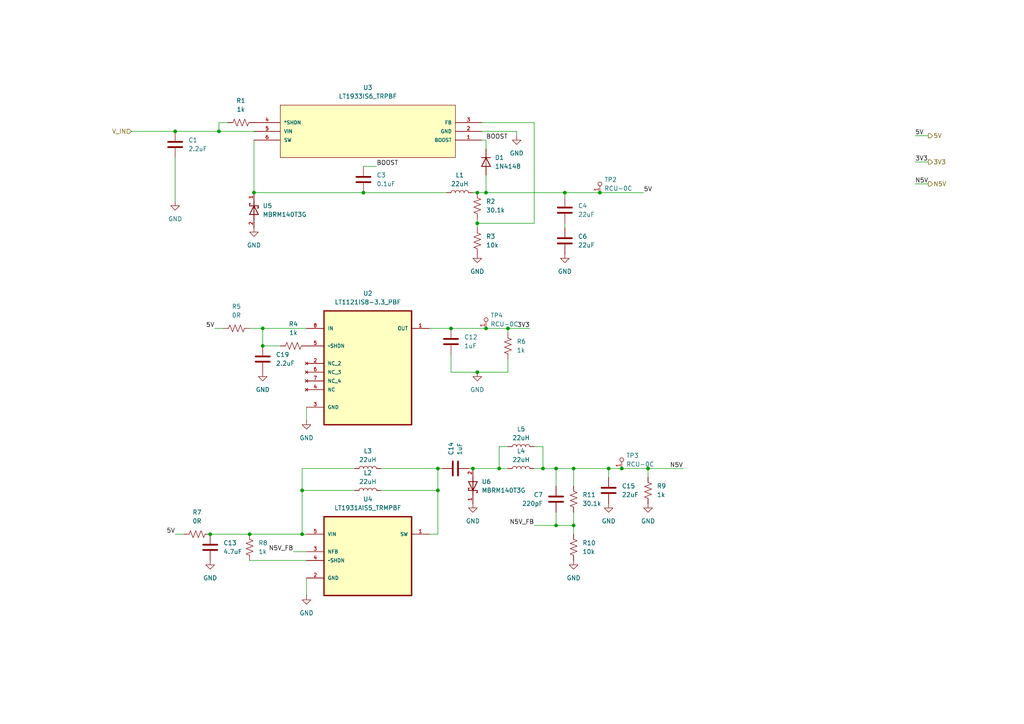
<source format=kicad_sch>
(kicad_sch
	(version 20231120)
	(generator "eeschema")
	(generator_version "8.0")
	(uuid "7ce5e110-33a0-4939-a0f7-e815e6c34c07")
	(paper "A4")
	(lib_symbols
		(symbol "Device:C"
			(pin_numbers hide)
			(pin_names
				(offset 0.254)
			)
			(exclude_from_sim no)
			(in_bom yes)
			(on_board yes)
			(property "Reference" "C"
				(at 0.635 2.54 0)
				(effects
					(font
						(size 1.27 1.27)
					)
					(justify left)
				)
			)
			(property "Value" "C"
				(at 0.635 -2.54 0)
				(effects
					(font
						(size 1.27 1.27)
					)
					(justify left)
				)
			)
			(property "Footprint" ""
				(at 0.9652 -3.81 0)
				(effects
					(font
						(size 1.27 1.27)
					)
					(hide yes)
				)
			)
			(property "Datasheet" "~"
				(at 0 0 0)
				(effects
					(font
						(size 1.27 1.27)
					)
					(hide yes)
				)
			)
			(property "Description" "Unpolarized capacitor"
				(at 0 0 0)
				(effects
					(font
						(size 1.27 1.27)
					)
					(hide yes)
				)
			)
			(property "ki_keywords" "cap capacitor"
				(at 0 0 0)
				(effects
					(font
						(size 1.27 1.27)
					)
					(hide yes)
				)
			)
			(property "ki_fp_filters" "C_*"
				(at 0 0 0)
				(effects
					(font
						(size 1.27 1.27)
					)
					(hide yes)
				)
			)
			(symbol "C_0_1"
				(polyline
					(pts
						(xy -2.032 -0.762) (xy 2.032 -0.762)
					)
					(stroke
						(width 0.508)
						(type default)
					)
					(fill
						(type none)
					)
				)
				(polyline
					(pts
						(xy -2.032 0.762) (xy 2.032 0.762)
					)
					(stroke
						(width 0.508)
						(type default)
					)
					(fill
						(type none)
					)
				)
			)
			(symbol "C_1_1"
				(pin passive line
					(at 0 3.81 270)
					(length 2.794)
					(name "~"
						(effects
							(font
								(size 1.27 1.27)
							)
						)
					)
					(number "1"
						(effects
							(font
								(size 1.27 1.27)
							)
						)
					)
				)
				(pin passive line
					(at 0 -3.81 90)
					(length 2.794)
					(name "~"
						(effects
							(font
								(size 1.27 1.27)
							)
						)
					)
					(number "2"
						(effects
							(font
								(size 1.27 1.27)
							)
						)
					)
				)
			)
		)
		(symbol "Device:D"
			(pin_numbers hide)
			(pin_names
				(offset 1.016) hide)
			(exclude_from_sim no)
			(in_bom yes)
			(on_board yes)
			(property "Reference" "D"
				(at 0 2.54 0)
				(effects
					(font
						(size 1.27 1.27)
					)
				)
			)
			(property "Value" "D"
				(at 0 -2.54 0)
				(effects
					(font
						(size 1.27 1.27)
					)
				)
			)
			(property "Footprint" ""
				(at 0 0 0)
				(effects
					(font
						(size 1.27 1.27)
					)
					(hide yes)
				)
			)
			(property "Datasheet" "~"
				(at 0 0 0)
				(effects
					(font
						(size 1.27 1.27)
					)
					(hide yes)
				)
			)
			(property "Description" "Diode"
				(at 0 0 0)
				(effects
					(font
						(size 1.27 1.27)
					)
					(hide yes)
				)
			)
			(property "Sim.Device" "D"
				(at 0 0 0)
				(effects
					(font
						(size 1.27 1.27)
					)
					(hide yes)
				)
			)
			(property "Sim.Pins" "1=K 2=A"
				(at 0 0 0)
				(effects
					(font
						(size 1.27 1.27)
					)
					(hide yes)
				)
			)
			(property "ki_keywords" "diode"
				(at 0 0 0)
				(effects
					(font
						(size 1.27 1.27)
					)
					(hide yes)
				)
			)
			(property "ki_fp_filters" "TO-???* *_Diode_* *SingleDiode* D_*"
				(at 0 0 0)
				(effects
					(font
						(size 1.27 1.27)
					)
					(hide yes)
				)
			)
			(symbol "D_0_1"
				(polyline
					(pts
						(xy -1.27 1.27) (xy -1.27 -1.27)
					)
					(stroke
						(width 0.254)
						(type default)
					)
					(fill
						(type none)
					)
				)
				(polyline
					(pts
						(xy 1.27 0) (xy -1.27 0)
					)
					(stroke
						(width 0)
						(type default)
					)
					(fill
						(type none)
					)
				)
				(polyline
					(pts
						(xy 1.27 1.27) (xy 1.27 -1.27) (xy -1.27 0) (xy 1.27 1.27)
					)
					(stroke
						(width 0.254)
						(type default)
					)
					(fill
						(type none)
					)
				)
			)
			(symbol "D_1_1"
				(pin passive line
					(at -3.81 0 0)
					(length 2.54)
					(name "K"
						(effects
							(font
								(size 1.27 1.27)
							)
						)
					)
					(number "1"
						(effects
							(font
								(size 1.27 1.27)
							)
						)
					)
				)
				(pin passive line
					(at 3.81 0 180)
					(length 2.54)
					(name "A"
						(effects
							(font
								(size 1.27 1.27)
							)
						)
					)
					(number "2"
						(effects
							(font
								(size 1.27 1.27)
							)
						)
					)
				)
			)
		)
		(symbol "Device:L"
			(pin_numbers hide)
			(pin_names
				(offset 1.016) hide)
			(exclude_from_sim no)
			(in_bom yes)
			(on_board yes)
			(property "Reference" "L"
				(at -1.27 0 90)
				(effects
					(font
						(size 1.27 1.27)
					)
				)
			)
			(property "Value" "L"
				(at 1.905 0 90)
				(effects
					(font
						(size 1.27 1.27)
					)
				)
			)
			(property "Footprint" ""
				(at 0 0 0)
				(effects
					(font
						(size 1.27 1.27)
					)
					(hide yes)
				)
			)
			(property "Datasheet" "~"
				(at 0 0 0)
				(effects
					(font
						(size 1.27 1.27)
					)
					(hide yes)
				)
			)
			(property "Description" "Inductor"
				(at 0 0 0)
				(effects
					(font
						(size 1.27 1.27)
					)
					(hide yes)
				)
			)
			(property "ki_keywords" "inductor choke coil reactor magnetic"
				(at 0 0 0)
				(effects
					(font
						(size 1.27 1.27)
					)
					(hide yes)
				)
			)
			(property "ki_fp_filters" "Choke_* *Coil* Inductor_* L_*"
				(at 0 0 0)
				(effects
					(font
						(size 1.27 1.27)
					)
					(hide yes)
				)
			)
			(symbol "L_0_1"
				(arc
					(start 0 -2.54)
					(mid 0.6323 -1.905)
					(end 0 -1.27)
					(stroke
						(width 0)
						(type default)
					)
					(fill
						(type none)
					)
				)
				(arc
					(start 0 -1.27)
					(mid 0.6323 -0.635)
					(end 0 0)
					(stroke
						(width 0)
						(type default)
					)
					(fill
						(type none)
					)
				)
				(arc
					(start 0 0)
					(mid 0.6323 0.635)
					(end 0 1.27)
					(stroke
						(width 0)
						(type default)
					)
					(fill
						(type none)
					)
				)
				(arc
					(start 0 1.27)
					(mid 0.6323 1.905)
					(end 0 2.54)
					(stroke
						(width 0)
						(type default)
					)
					(fill
						(type none)
					)
				)
			)
			(symbol "L_1_1"
				(pin passive line
					(at 0 3.81 270)
					(length 1.27)
					(name "1"
						(effects
							(font
								(size 1.27 1.27)
							)
						)
					)
					(number "1"
						(effects
							(font
								(size 1.27 1.27)
							)
						)
					)
				)
				(pin passive line
					(at 0 -3.81 90)
					(length 1.27)
					(name "2"
						(effects
							(font
								(size 1.27 1.27)
							)
						)
					)
					(number "2"
						(effects
							(font
								(size 1.27 1.27)
							)
						)
					)
				)
			)
		)
		(symbol "Device:R_US"
			(pin_numbers hide)
			(pin_names
				(offset 0)
			)
			(exclude_from_sim no)
			(in_bom yes)
			(on_board yes)
			(property "Reference" "R"
				(at 2.54 0 90)
				(effects
					(font
						(size 1.27 1.27)
					)
				)
			)
			(property "Value" "R_US"
				(at -2.54 0 90)
				(effects
					(font
						(size 1.27 1.27)
					)
				)
			)
			(property "Footprint" ""
				(at 1.016 -0.254 90)
				(effects
					(font
						(size 1.27 1.27)
					)
					(hide yes)
				)
			)
			(property "Datasheet" "~"
				(at 0 0 0)
				(effects
					(font
						(size 1.27 1.27)
					)
					(hide yes)
				)
			)
			(property "Description" "Resistor, US symbol"
				(at 0 0 0)
				(effects
					(font
						(size 1.27 1.27)
					)
					(hide yes)
				)
			)
			(property "ki_keywords" "R res resistor"
				(at 0 0 0)
				(effects
					(font
						(size 1.27 1.27)
					)
					(hide yes)
				)
			)
			(property "ki_fp_filters" "R_*"
				(at 0 0 0)
				(effects
					(font
						(size 1.27 1.27)
					)
					(hide yes)
				)
			)
			(symbol "R_US_0_1"
				(polyline
					(pts
						(xy 0 -2.286) (xy 0 -2.54)
					)
					(stroke
						(width 0)
						(type default)
					)
					(fill
						(type none)
					)
				)
				(polyline
					(pts
						(xy 0 2.286) (xy 0 2.54)
					)
					(stroke
						(width 0)
						(type default)
					)
					(fill
						(type none)
					)
				)
				(polyline
					(pts
						(xy 0 -0.762) (xy 1.016 -1.143) (xy 0 -1.524) (xy -1.016 -1.905) (xy 0 -2.286)
					)
					(stroke
						(width 0)
						(type default)
					)
					(fill
						(type none)
					)
				)
				(polyline
					(pts
						(xy 0 0.762) (xy 1.016 0.381) (xy 0 0) (xy -1.016 -0.381) (xy 0 -0.762)
					)
					(stroke
						(width 0)
						(type default)
					)
					(fill
						(type none)
					)
				)
				(polyline
					(pts
						(xy 0 2.286) (xy 1.016 1.905) (xy 0 1.524) (xy -1.016 1.143) (xy 0 0.762)
					)
					(stroke
						(width 0)
						(type default)
					)
					(fill
						(type none)
					)
				)
			)
			(symbol "R_US_1_1"
				(pin passive line
					(at 0 3.81 270)
					(length 1.27)
					(name "~"
						(effects
							(font
								(size 1.27 1.27)
							)
						)
					)
					(number "1"
						(effects
							(font
								(size 1.27 1.27)
							)
						)
					)
				)
				(pin passive line
					(at 0 -3.81 90)
					(length 1.27)
					(name "~"
						(effects
							(font
								(size 1.27 1.27)
							)
						)
					)
					(number "2"
						(effects
							(font
								(size 1.27 1.27)
							)
						)
					)
				)
			)
		)
		(symbol "LT1121IS8-3.3_PBF:LT1121IS8-3.3_PBF"
			(pin_names
				(offset 1.016)
			)
			(exclude_from_sim no)
			(in_bom yes)
			(on_board yes)
			(property "Reference" "U"
				(at -4.731 13.7098 0)
				(effects
					(font
						(size 1.27 1.27)
					)
					(justify left bottom)
				)
			)
			(property "Value" "LT1121IS8-3.3_PBF"
				(at -5.471 -22.9526 0)
				(effects
					(font
						(size 1.27 1.27)
					)
					(justify left bottom)
				)
			)
			(property "Footprint" "LT1121IS8-3.3_PBF:SOIC127P600X175-8N"
				(at 0 0 0)
				(effects
					(font
						(size 1.27 1.27)
					)
					(justify bottom)
					(hide yes)
				)
			)
			(property "Datasheet" ""
				(at 0 0 0)
				(effects
					(font
						(size 1.27 1.27)
					)
					(hide yes)
				)
			)
			(property "Description" ""
				(at 0 0 0)
				(effects
					(font
						(size 1.27 1.27)
					)
					(hide yes)
				)
			)
			(property "MF" "Analog Devices"
				(at 0 0 0)
				(effects
					(font
						(size 1.27 1.27)
					)
					(justify bottom)
					(hide yes)
				)
			)
			(property "Description_1" "\n                        \n                            Micropower Low Dropout Regulators with Shutdown\n                        \n"
				(at 0 0 0)
				(effects
					(font
						(size 1.27 1.27)
					)
					(justify bottom)
					(hide yes)
				)
			)
			(property "PACKAGE" "SOIC-8"
				(at 0 0 0)
				(effects
					(font
						(size 1.27 1.27)
					)
					(justify bottom)
					(hide yes)
				)
			)
			(property "MPN" "LT1121IS8#PBF"
				(at 0 0 0)
				(effects
					(font
						(size 1.27 1.27)
					)
					(justify bottom)
					(hide yes)
				)
			)
			(property "Price" "None"
				(at 0 0 0)
				(effects
					(font
						(size 1.27 1.27)
					)
					(justify bottom)
					(hide yes)
				)
			)
			(property "Package" "SOIC -8 Analog Devices"
				(at 0 0 0)
				(effects
					(font
						(size 1.27 1.27)
					)
					(justify bottom)
					(hide yes)
				)
			)
			(property "OC_FARNELL" "1663366"
				(at 0 0 0)
				(effects
					(font
						(size 1.27 1.27)
					)
					(justify bottom)
					(hide yes)
				)
			)
			(property "SnapEDA_Link" "https://www.snapeda.com/parts/LT1121IS8-3.3%23PBF/Analog+Devices/view-part/?ref=snap"
				(at 0 0 0)
				(effects
					(font
						(size 1.27 1.27)
					)
					(justify bottom)
					(hide yes)
				)
			)
			(property "MP" "LT1121IS8-3.3#PBF"
				(at 0 0 0)
				(effects
					(font
						(size 1.27 1.27)
					)
					(justify bottom)
					(hide yes)
				)
			)
			(property "SUPPLIER" "Linear Technology"
				(at 0 0 0)
				(effects
					(font
						(size 1.27 1.27)
					)
					(justify bottom)
					(hide yes)
				)
			)
			(property "OC_NEWARK" "57M1970"
				(at 0 0 0)
				(effects
					(font
						(size 1.27 1.27)
					)
					(justify bottom)
					(hide yes)
				)
			)
			(property "Availability" "In Stock"
				(at 0 0 0)
				(effects
					(font
						(size 1.27 1.27)
					)
					(justify bottom)
					(hide yes)
				)
			)
			(property "Check_prices" "https://www.snapeda.com/parts/LT1121IS8-3.3%23PBF/Analog+Devices/view-part/?ref=eda"
				(at 0 0 0)
				(effects
					(font
						(size 1.27 1.27)
					)
					(justify bottom)
					(hide yes)
				)
			)
			(symbol "LT1121IS8-3.3_PBF_0_0"
				(rectangle
					(start -12.7 -20.32)
					(end 12.7 12.7)
					(stroke
						(width 0.4064)
						(type default)
					)
					(fill
						(type background)
					)
				)
				(pin output line
					(at 17.78 7.62 180)
					(length 5.08)
					(name "OUT"
						(effects
							(font
								(size 1.016 1.016)
							)
						)
					)
					(number "1"
						(effects
							(font
								(size 1.016 1.016)
							)
						)
					)
				)
				(pin no_connect line
					(at -17.78 -2.54 0)
					(length 5.08)
					(name "NC_2"
						(effects
							(font
								(size 1.016 1.016)
							)
						)
					)
					(number "2"
						(effects
							(font
								(size 1.016 1.016)
							)
						)
					)
				)
				(pin passive line
					(at -17.78 -15.24 0)
					(length 5.08)
					(name "GND"
						(effects
							(font
								(size 1.016 1.016)
							)
						)
					)
					(number "3"
						(effects
							(font
								(size 1.016 1.016)
							)
						)
					)
				)
				(pin no_connect line
					(at -17.78 -10.16 0)
					(length 5.08)
					(name "NC"
						(effects
							(font
								(size 1.016 1.016)
							)
						)
					)
					(number "4"
						(effects
							(font
								(size 1.016 1.016)
							)
						)
					)
				)
				(pin input line
					(at -17.78 2.54 0)
					(length 5.08)
					(name "~SHDN"
						(effects
							(font
								(size 1.016 1.016)
							)
						)
					)
					(number "5"
						(effects
							(font
								(size 1.016 1.016)
							)
						)
					)
				)
				(pin no_connect line
					(at -17.78 -5.08 0)
					(length 5.08)
					(name "NC_3"
						(effects
							(font
								(size 1.016 1.016)
							)
						)
					)
					(number "6"
						(effects
							(font
								(size 1.016 1.016)
							)
						)
					)
				)
				(pin no_connect line
					(at -17.78 -7.62 0)
					(length 5.08)
					(name "NC_4"
						(effects
							(font
								(size 1.016 1.016)
							)
						)
					)
					(number "7"
						(effects
							(font
								(size 1.016 1.016)
							)
						)
					)
				)
				(pin power_in line
					(at -17.78 7.62 0)
					(length 5.08)
					(name "IN"
						(effects
							(font
								(size 1.016 1.016)
							)
						)
					)
					(number "8"
						(effects
							(font
								(size 1.016 1.016)
							)
						)
					)
				)
			)
		)
		(symbol "LT1931AIS5_TRMPBF:LT1931AIS5_TRMPBF"
			(pin_names
				(offset 1.016)
			)
			(exclude_from_sim no)
			(in_bom yes)
			(on_board yes)
			(property "Reference" "U"
				(at -4.6482 10.2108 0)
				(effects
					(font
						(size 1.27 1.27)
					)
					(justify left bottom)
				)
			)
			(property "Value" "LT1931AIS5_TRMPBF"
				(at -5.588 -19.3294 0)
				(effects
					(font
						(size 1.27 1.27)
					)
					(justify left bottom)
				)
			)
			(property "Footprint" "LT1931AIS5_TRMPBF:SOT95P280X100-5N"
				(at 0 0 0)
				(effects
					(font
						(size 1.27 1.27)
					)
					(justify bottom)
					(hide yes)
				)
			)
			(property "Datasheet" ""
				(at 0 0 0)
				(effects
					(font
						(size 1.27 1.27)
					)
					(hide yes)
				)
			)
			(property "Description" ""
				(at 0 0 0)
				(effects
					(font
						(size 1.27 1.27)
					)
					(hide yes)
				)
			)
			(property "MF" "Analog Devices"
				(at 0 0 0)
				(effects
					(font
						(size 1.27 1.27)
					)
					(justify bottom)
					(hide yes)
				)
			)
			(property "Description_1" "\n                        \n                            1.2MHz/2.2MHz Inverting DC/DC Converters in ThinSOT\n                        \n"
				(at 0 0 0)
				(effects
					(font
						(size 1.27 1.27)
					)
					(justify bottom)
					(hide yes)
				)
			)
			(property "PACKAGE" "TSOT-23-5"
				(at 0 0 0)
				(effects
					(font
						(size 1.27 1.27)
					)
					(justify bottom)
					(hide yes)
				)
			)
			(property "MPN" "LT1931ES5#PBF"
				(at 0 0 0)
				(effects
					(font
						(size 1.27 1.27)
					)
					(justify bottom)
					(hide yes)
				)
			)
			(property "Price" "None"
				(at 0 0 0)
				(effects
					(font
						(size 1.27 1.27)
					)
					(justify bottom)
					(hide yes)
				)
			)
			(property "Package" "SOT-5 Analog Devices"
				(at 0 0 0)
				(effects
					(font
						(size 1.27 1.27)
					)
					(justify bottom)
					(hide yes)
				)
			)
			(property "OC_FARNELL" "-"
				(at 0 0 0)
				(effects
					(font
						(size 1.27 1.27)
					)
					(justify bottom)
					(hide yes)
				)
			)
			(property "SnapEDA_Link" "https://www.snapeda.com/parts/LT1931AIS5%23TRMPBF/Analog+Devices/view-part/?ref=snap"
				(at 0 0 0)
				(effects
					(font
						(size 1.27 1.27)
					)
					(justify bottom)
					(hide yes)
				)
			)
			(property "MP" "LT1931AIS5#TRMPBF"
				(at 0 0 0)
				(effects
					(font
						(size 1.27 1.27)
					)
					(justify bottom)
					(hide yes)
				)
			)
			(property "SUPPLIER" "Linear Technology"
				(at 0 0 0)
				(effects
					(font
						(size 1.27 1.27)
					)
					(justify bottom)
					(hide yes)
				)
			)
			(property "OC_NEWARK" "61M3371"
				(at 0 0 0)
				(effects
					(font
						(size 1.27 1.27)
					)
					(justify bottom)
					(hide yes)
				)
			)
			(property "Availability" "In Stock"
				(at 0 0 0)
				(effects
					(font
						(size 1.27 1.27)
					)
					(justify bottom)
					(hide yes)
				)
			)
			(property "Check_prices" "https://www.snapeda.com/parts/LT1931AIS5%23TRMPBF/Analog+Devices/view-part/?ref=eda"
				(at 0 0 0)
				(effects
					(font
						(size 1.27 1.27)
					)
					(justify bottom)
					(hide yes)
				)
			)
			(symbol "LT1931AIS5_TRMPBF_0_0"
				(rectangle
					(start -12.7 -15.24)
					(end 12.7 7.62)
					(stroke
						(width 0.4064)
						(type default)
					)
					(fill
						(type background)
					)
				)
				(pin output line
					(at 17.78 2.54 180)
					(length 5.08)
					(name "SW"
						(effects
							(font
								(size 1.016 1.016)
							)
						)
					)
					(number "1"
						(effects
							(font
								(size 1.016 1.016)
							)
						)
					)
				)
				(pin passive line
					(at -17.78 -10.16 0)
					(length 5.08)
					(name "GND"
						(effects
							(font
								(size 1.016 1.016)
							)
						)
					)
					(number "2"
						(effects
							(font
								(size 1.016 1.016)
							)
						)
					)
				)
				(pin input line
					(at -17.78 -2.54 0)
					(length 5.08)
					(name "NFB"
						(effects
							(font
								(size 1.016 1.016)
							)
						)
					)
					(number "3"
						(effects
							(font
								(size 1.016 1.016)
							)
						)
					)
				)
				(pin input line
					(at -17.78 -5.08 0)
					(length 5.08)
					(name "~SHDN"
						(effects
							(font
								(size 1.016 1.016)
							)
						)
					)
					(number "4"
						(effects
							(font
								(size 1.016 1.016)
							)
						)
					)
				)
				(pin power_in line
					(at -17.78 2.54 0)
					(length 5.08)
					(name "VIN"
						(effects
							(font
								(size 1.016 1.016)
							)
						)
					)
					(number "5"
						(effects
							(font
								(size 1.016 1.016)
							)
						)
					)
				)
			)
		)
		(symbol "LT1933IS6_TRPBF:LT1933IS6_TRPBF"
			(pin_names
				(offset 1.016)
			)
			(exclude_from_sim no)
			(in_bom yes)
			(on_board yes)
			(property "Reference" "U"
				(at 28.2956 9.1186 0)
				(effects
					(font
						(size 1.27 1.27)
					)
					(justify left bottom)
				)
			)
			(property "Value" "LT1933IS6_TRPBF"
				(at 27.6606 6.5786 0)
				(effects
					(font
						(size 1.27 1.27)
					)
					(justify left bottom)
				)
			)
			(property "Footprint" "LT1933IS6_TRPBF:TSOT-23_S6"
				(at 0 0 0)
				(effects
					(font
						(size 1.27 1.27)
					)
					(justify bottom)
					(hide yes)
				)
			)
			(property "Datasheet" ""
				(at 0 0 0)
				(effects
					(font
						(size 1.27 1.27)
					)
					(hide yes)
				)
			)
			(property "Description" ""
				(at 0 0 0)
				(effects
					(font
						(size 1.27 1.27)
					)
					(hide yes)
				)
			)
			(property "MF" "Analog Devices"
				(at 0 0 0)
				(effects
					(font
						(size 1.27 1.27)
					)
					(justify bottom)
					(hide yes)
				)
			)
			(property "VENDOR" "Linear Technology"
				(at 0 0 0)
				(effects
					(font
						(size 1.27 1.27)
					)
					(justify bottom)
					(hide yes)
				)
			)
			(property "Description_1" "\n                        \n                            Buck Switching Regulator IC Positive Adjustable 1.245V 1 Output 600mA SOT-23-6 Thin, TSOT-23-6\n                        \n"
				(at 0 0 0)
				(effects
					(font
						(size 1.27 1.27)
					)
					(justify bottom)
					(hide yes)
				)
			)
			(property "Package" "SOT-23 Linear Technology"
				(at 0 0 0)
				(effects
					(font
						(size 1.27 1.27)
					)
					(justify bottom)
					(hide yes)
				)
			)
			(property "Price" "None"
				(at 0 0 0)
				(effects
					(font
						(size 1.27 1.27)
					)
					(justify bottom)
					(hide yes)
				)
			)
			(property "Check_prices" "https://www.snapeda.com/parts/LT1933IS6%23TRPBF/Analog+Devices/view-part/?ref=eda"
				(at 0 0 0)
				(effects
					(font
						(size 1.27 1.27)
					)
					(justify bottom)
					(hide yes)
				)
			)
			(property "SnapEDA_Link" "https://www.snapeda.com/parts/LT1933IS6%23TRPBF/Analog+Devices/view-part/?ref=snap"
				(at 0 0 0)
				(effects
					(font
						(size 1.27 1.27)
					)
					(justify bottom)
					(hide yes)
				)
			)
			(property "MP" "LT1933IS6#TRPBF"
				(at 0 0 0)
				(effects
					(font
						(size 1.27 1.27)
					)
					(justify bottom)
					(hide yes)
				)
			)
			(property "Availability" "In Stock"
				(at 0 0 0)
				(effects
					(font
						(size 1.27 1.27)
					)
					(justify bottom)
					(hide yes)
				)
			)
			(property "MANUFACTURER_PART_NUMBER" "lt1933is6"
				(at 0 0 0)
				(effects
					(font
						(size 1.27 1.27)
					)
					(justify bottom)
					(hide yes)
				)
			)
			(symbol "LT1933IS6_TRPBF_0_0"
				(rectangle
					(start 7.62 -10.16)
					(end 58.42 5.08)
					(stroke
						(width 0.1524)
						(type default)
					)
					(fill
						(type background)
					)
				)
				(pin input line
					(at 0 0 0)
					(length 7.62)
					(name "BOOST"
						(effects
							(font
								(size 1.016 1.016)
							)
						)
					)
					(number "1"
						(effects
							(font
								(size 1.016 1.016)
							)
						)
					)
				)
				(pin power_in line
					(at 0 -2.54 0)
					(length 7.62)
					(name "GND"
						(effects
							(font
								(size 1.016 1.016)
							)
						)
					)
					(number "2"
						(effects
							(font
								(size 1.016 1.016)
							)
						)
					)
				)
				(pin passive line
					(at 0 -5.08 0)
					(length 7.62)
					(name "FB"
						(effects
							(font
								(size 1.016 1.016)
							)
						)
					)
					(number "3"
						(effects
							(font
								(size 1.016 1.016)
							)
						)
					)
				)
				(pin passive line
					(at 66.04 -5.08 180)
					(length 7.62)
					(name "*SHDN"
						(effects
							(font
								(size 1.016 1.016)
							)
						)
					)
					(number "4"
						(effects
							(font
								(size 1.016 1.016)
							)
						)
					)
				)
				(pin input line
					(at 66.04 -2.54 180)
					(length 7.62)
					(name "VIN"
						(effects
							(font
								(size 1.016 1.016)
							)
						)
					)
					(number "5"
						(effects
							(font
								(size 1.016 1.016)
							)
						)
					)
				)
				(pin output line
					(at 66.04 0 180)
					(length 7.62)
					(name "SW"
						(effects
							(font
								(size 1.016 1.016)
							)
						)
					)
					(number "6"
						(effects
							(font
								(size 1.016 1.016)
							)
						)
					)
				)
			)
		)
		(symbol "MBRM140T3G:MBRM140T3G"
			(pin_names
				(offset 1.016)
			)
			(exclude_from_sim no)
			(in_bom yes)
			(on_board yes)
			(property "Reference" "U"
				(at -2.2899 1.9083 0)
				(effects
					(font
						(size 1.27 1.27)
					)
					(justify left bottom)
				)
			)
			(property "Value" "MBRM140T3G"
				(at -2.2902 -3.4354 0)
				(effects
					(font
						(size 1.27 1.27)
					)
					(justify left bottom)
				)
			)
			(property "Footprint" "MBRM140T3G:DIO_MBRM110LT1G"
				(at 0 0 0)
				(effects
					(font
						(size 1.27 1.27)
					)
					(justify bottom)
					(hide yes)
				)
			)
			(property "Datasheet" ""
				(at 0 0 0)
				(effects
					(font
						(size 1.27 1.27)
					)
					(hide yes)
				)
			)
			(property "Description" ""
				(at 0 0 0)
				(effects
					(font
						(size 1.27 1.27)
					)
					(hide yes)
				)
			)
			(property "MF" "onsemi"
				(at 0 0 0)
				(effects
					(font
						(size 1.27 1.27)
					)
					(justify bottom)
					(hide yes)
				)
			)
			(property "Description_1" "\n                        \n                            Rectifier Diode Schottky 40V 1A 2-Pin(1+Tab) Power Mite T/R\n                        \n"
				(at 0 0 0)
				(effects
					(font
						(size 1.27 1.27)
					)
					(justify bottom)
					(hide yes)
				)
			)
			(property "Package" "POWERMITE-2 ON Semiconductor"
				(at 0 0 0)
				(effects
					(font
						(size 1.27 1.27)
					)
					(justify bottom)
					(hide yes)
				)
			)
			(property "Price" "None"
				(at 0 0 0)
				(effects
					(font
						(size 1.27 1.27)
					)
					(justify bottom)
					(hide yes)
				)
			)
			(property "SnapEDA_Link" "https://www.snapeda.com/parts/MBRM140T3G/Onsemi/view-part/?ref=snap"
				(at 0 0 0)
				(effects
					(font
						(size 1.27 1.27)
					)
					(justify bottom)
					(hide yes)
				)
			)
			(property "MP" "MBRM140T3G"
				(at 0 0 0)
				(effects
					(font
						(size 1.27 1.27)
					)
					(justify bottom)
					(hide yes)
				)
			)
			(property "Availability" "In Stock"
				(at 0 0 0)
				(effects
					(font
						(size 1.27 1.27)
					)
					(justify bottom)
					(hide yes)
				)
			)
			(property "Check_prices" "https://www.snapeda.com/parts/MBRM140T3G/Onsemi/view-part/?ref=eda"
				(at 0 0 0)
				(effects
					(font
						(size 1.27 1.27)
					)
					(justify bottom)
					(hide yes)
				)
			)
			(symbol "MBRM140T3G_0_0"
				(polyline
					(pts
						(xy -2.54 0) (xy 2.54 0)
					)
					(stroke
						(width 0.254)
						(type default)
					)
					(fill
						(type none)
					)
				)
				(polyline
					(pts
						(xy -1.27 -1.27) (xy 1.27 0)
					)
					(stroke
						(width 0.254)
						(type default)
					)
					(fill
						(type none)
					)
				)
				(polyline
					(pts
						(xy -1.27 1.27) (xy -1.27 -1.27)
					)
					(stroke
						(width 0.254)
						(type default)
					)
					(fill
						(type none)
					)
				)
				(polyline
					(pts
						(xy 0.635 -1.016) (xy 0.635 -1.27)
					)
					(stroke
						(width 0.254)
						(type default)
					)
					(fill
						(type none)
					)
				)
				(polyline
					(pts
						(xy 1.27 -1.27) (xy 0.635 -1.27)
					)
					(stroke
						(width 0.254)
						(type default)
					)
					(fill
						(type none)
					)
				)
				(polyline
					(pts
						(xy 1.27 0) (xy -1.27 1.27)
					)
					(stroke
						(width 0.254)
						(type default)
					)
					(fill
						(type none)
					)
				)
				(polyline
					(pts
						(xy 1.27 0) (xy 1.27 -1.27)
					)
					(stroke
						(width 0.254)
						(type default)
					)
					(fill
						(type none)
					)
				)
				(polyline
					(pts
						(xy 1.27 1.27) (xy 1.27 0)
					)
					(stroke
						(width 0.254)
						(type default)
					)
					(fill
						(type none)
					)
				)
				(polyline
					(pts
						(xy 1.905 1.27) (xy 1.27 1.27)
					)
					(stroke
						(width 0.254)
						(type default)
					)
					(fill
						(type none)
					)
				)
				(polyline
					(pts
						(xy 1.905 1.27) (xy 1.905 1.016)
					)
					(stroke
						(width 0.254)
						(type default)
					)
					(fill
						(type none)
					)
				)
				(pin passive line
					(at 5.08 0 180)
					(length 2.54)
					(name "~"
						(effects
							(font
								(size 1.016 1.016)
							)
						)
					)
					(number "1"
						(effects
							(font
								(size 1.016 1.016)
							)
						)
					)
				)
				(pin passive line
					(at -5.08 0 0)
					(length 2.54)
					(name "~"
						(effects
							(font
								(size 1.016 1.016)
							)
						)
					)
					(number "2"
						(effects
							(font
								(size 1.016 1.016)
							)
						)
					)
				)
			)
		)
		(symbol "dk_Test-Points:RCU-0C"
			(pin_names
				(offset 1.016)
			)
			(exclude_from_sim no)
			(in_bom yes)
			(on_board yes)
			(property "Reference" "TP"
				(at -2.54 1.27 0)
				(effects
					(font
						(size 1.27 1.27)
					)
					(justify right)
				)
			)
			(property "Value" "RCU-0C"
				(at 0 -2.54 0)
				(effects
					(font
						(size 1.27 1.27)
					)
				)
			)
			(property "Footprint" "digikey-footprints:PROBE_PAD_0603"
				(at 5.08 5.08 0)
				(effects
					(font
						(size 1.524 1.524)
					)
					(justify left)
					(hide yes)
				)
			)
			(property "Datasheet" "https://www.te.com/commerce/DocumentDelivery/DDEController?Action=srchrtrv&DocNm=1773266&DocType=DS&DocLang=English"
				(at 5.08 7.62 0)
				(effects
					(font
						(size 1.524 1.524)
					)
					(justify left)
					(hide yes)
				)
			)
			(property "Description" "PC TEST POINT NATURAL"
				(at 0 0 0)
				(effects
					(font
						(size 1.27 1.27)
					)
					(hide yes)
				)
			)
			(property "Digi-Key_PN" "A106145CT-ND"
				(at 5.08 10.16 0)
				(effects
					(font
						(size 1.524 1.524)
					)
					(justify left)
					(hide yes)
				)
			)
			(property "MPN" "RCU-0C"
				(at 5.08 12.7 0)
				(effects
					(font
						(size 1.524 1.524)
					)
					(justify left)
					(hide yes)
				)
			)
			(property "Category" "Test and Measurement"
				(at 5.08 15.24 0)
				(effects
					(font
						(size 1.524 1.524)
					)
					(justify left)
					(hide yes)
				)
			)
			(property "Family" "Test Points"
				(at 5.08 17.78 0)
				(effects
					(font
						(size 1.524 1.524)
					)
					(justify left)
					(hide yes)
				)
			)
			(property "DK_Datasheet_Link" "https://www.te.com/commerce/DocumentDelivery/DDEController?Action=srchrtrv&DocNm=1773266&DocType=DS&DocLang=English"
				(at 5.08 20.32 0)
				(effects
					(font
						(size 1.524 1.524)
					)
					(justify left)
					(hide yes)
				)
			)
			(property "DK_Detail_Page" "/product-detail/en/te-connectivity-amp-connectors/RCU-0C/A106145CT-ND/3477802"
				(at 5.08 22.86 0)
				(effects
					(font
						(size 1.524 1.524)
					)
					(justify left)
					(hide yes)
				)
			)
			(property "Description_1" "PC TEST POINT NATURAL"
				(at 5.08 25.4 0)
				(effects
					(font
						(size 1.524 1.524)
					)
					(justify left)
					(hide yes)
				)
			)
			(property "Manufacturer" "TE Connectivity AMP Connectors"
				(at 5.08 27.94 0)
				(effects
					(font
						(size 1.524 1.524)
					)
					(justify left)
					(hide yes)
				)
			)
			(property "Status" "Active"
				(at 5.08 30.48 0)
				(effects
					(font
						(size 1.524 1.524)
					)
					(justify left)
					(hide yes)
				)
			)
			(property "ki_keywords" "A106145CT-ND RC, CGS"
				(at 0 0 0)
				(effects
					(font
						(size 1.27 1.27)
					)
					(hide yes)
				)
			)
			(symbol "RCU-0C_0_1"
				(circle
					(center 0 0)
					(radius 0.5588)
					(stroke
						(width 0)
						(type solid)
					)
					(fill
						(type none)
					)
				)
			)
			(symbol "RCU-0C_1_1"
				(pin passive line
					(at 0 2.54 270)
					(length 1.905)
					(name "~"
						(effects
							(font
								(size 1.27 1.27)
							)
						)
					)
					(number "1"
						(effects
							(font
								(size 1.27 1.27)
							)
						)
					)
				)
			)
		)
		(symbol "power:GND"
			(power)
			(pin_numbers hide)
			(pin_names
				(offset 0) hide)
			(exclude_from_sim no)
			(in_bom yes)
			(on_board yes)
			(property "Reference" "#PWR"
				(at 0 -6.35 0)
				(effects
					(font
						(size 1.27 1.27)
					)
					(hide yes)
				)
			)
			(property "Value" "GND"
				(at 0 -3.81 0)
				(effects
					(font
						(size 1.27 1.27)
					)
				)
			)
			(property "Footprint" ""
				(at 0 0 0)
				(effects
					(font
						(size 1.27 1.27)
					)
					(hide yes)
				)
			)
			(property "Datasheet" ""
				(at 0 0 0)
				(effects
					(font
						(size 1.27 1.27)
					)
					(hide yes)
				)
			)
			(property "Description" "Power symbol creates a global label with name \"GND\" , ground"
				(at 0 0 0)
				(effects
					(font
						(size 1.27 1.27)
					)
					(hide yes)
				)
			)
			(property "ki_keywords" "global power"
				(at 0 0 0)
				(effects
					(font
						(size 1.27 1.27)
					)
					(hide yes)
				)
			)
			(symbol "GND_0_1"
				(polyline
					(pts
						(xy 0 0) (xy 0 -1.27) (xy 1.27 -1.27) (xy 0 -2.54) (xy -1.27 -1.27) (xy 0 -1.27)
					)
					(stroke
						(width 0)
						(type default)
					)
					(fill
						(type none)
					)
				)
			)
			(symbol "GND_1_1"
				(pin power_in line
					(at 0 0 270)
					(length 0)
					(name "~"
						(effects
							(font
								(size 1.27 1.27)
							)
						)
					)
					(number "1"
						(effects
							(font
								(size 1.27 1.27)
							)
						)
					)
				)
			)
		)
	)
	(junction
		(at 105.41 55.88)
		(diameter 0)
		(color 0 0 0 0)
		(uuid "07137a2a-f3dd-4a42-ae44-6f56fdacfc51")
	)
	(junction
		(at 76.2 100.33)
		(diameter 0)
		(color 0 0 0 0)
		(uuid "07d10706-2f56-4edb-a104-fe348fa29a40")
	)
	(junction
		(at 63.5 38.1)
		(diameter 0)
		(color 0 0 0 0)
		(uuid "11c2dcb6-51ce-4cae-99f5-9ba25d086807")
	)
	(junction
		(at 140.97 55.88)
		(diameter 0)
		(color 0 0 0 0)
		(uuid "2329ece0-66cc-4633-bc6b-f4030ecc263f")
	)
	(junction
		(at 76.2 95.25)
		(diameter 0)
		(color 0 0 0 0)
		(uuid "24529222-dcfa-4c47-b909-5f9940d2a5ae")
	)
	(junction
		(at 157.48 135.89)
		(diameter 0)
		(color 0 0 0 0)
		(uuid "25103c8f-6d22-4f44-a3ca-5e73a810b943")
	)
	(junction
		(at 50.8 38.1)
		(diameter 0)
		(color 0 0 0 0)
		(uuid "305a1af3-75eb-4392-8305-06755da78a6d")
	)
	(junction
		(at 138.43 107.95)
		(diameter 0)
		(color 0 0 0 0)
		(uuid "37d12bf0-0bb5-495b-aadf-dc0129bd6e19")
	)
	(junction
		(at 60.96 154.94)
		(diameter 0)
		(color 0 0 0 0)
		(uuid "4718af7b-cce7-4937-8a95-4396c969ab87")
	)
	(junction
		(at 138.43 55.88)
		(diameter 0)
		(color 0 0 0 0)
		(uuid "4e4362f1-f07c-4e1e-83ac-829b0ca9ef0b")
	)
	(junction
		(at 137.16 135.89)
		(diameter 0)
		(color 0 0 0 0)
		(uuid "501eb103-1fb6-46a0-8c92-68b63c115f17")
	)
	(junction
		(at 144.78 135.89)
		(diameter 0)
		(color 0 0 0 0)
		(uuid "54629fbd-b15c-4c36-9712-6893671d7589")
	)
	(junction
		(at 187.96 135.89)
		(diameter 0)
		(color 0 0 0 0)
		(uuid "58e8a098-aa5c-482e-947f-6cb3826a44de")
	)
	(junction
		(at 180.34 135.89)
		(diameter 0)
		(color 0 0 0 0)
		(uuid "5a014f6f-68db-4208-8231-7555dee11b8f")
	)
	(junction
		(at 161.29 152.4)
		(diameter 0)
		(color 0 0 0 0)
		(uuid "5e241ad6-eb55-4576-a52f-ab8bca688a71")
	)
	(junction
		(at 87.63 154.94)
		(diameter 0)
		(color 0 0 0 0)
		(uuid "6774ea01-f101-402d-9f37-11c8685e60e2")
	)
	(junction
		(at 138.43 64.77)
		(diameter 0)
		(color 0 0 0 0)
		(uuid "6a91563f-b93c-484a-b79e-11d340103642")
	)
	(junction
		(at 73.66 55.88)
		(diameter 0)
		(color 0 0 0 0)
		(uuid "70e6f0e0-f394-4e5c-9714-1f6afa290c8f")
	)
	(junction
		(at 87.63 142.24)
		(diameter 0)
		(color 0 0 0 0)
		(uuid "7d95b5e5-095d-4785-8921-cac3c5bc1ae4")
	)
	(junction
		(at 72.39 154.94)
		(diameter 0)
		(color 0 0 0 0)
		(uuid "8bd040c9-0403-432d-970a-5a2d0d06da2d")
	)
	(junction
		(at 127 135.89)
		(diameter 0)
		(color 0 0 0 0)
		(uuid "90648940-bfd9-4c55-8a7f-87258c345585")
	)
	(junction
		(at 127 142.24)
		(diameter 0)
		(color 0 0 0 0)
		(uuid "90c726bc-249f-4e0e-9510-50315a735524")
	)
	(junction
		(at 161.29 135.89)
		(diameter 0)
		(color 0 0 0 0)
		(uuid "aa0b75bc-f1f9-4b99-8866-e0d5df72095a")
	)
	(junction
		(at 163.83 55.88)
		(diameter 0)
		(color 0 0 0 0)
		(uuid "ae782bde-5227-47e8-9918-aea5dc9d4704")
	)
	(junction
		(at 147.32 95.25)
		(diameter 0)
		(color 0 0 0 0)
		(uuid "b1ed4631-adbd-4098-8ace-8de421201f38")
	)
	(junction
		(at 173.99 55.88)
		(diameter 0)
		(color 0 0 0 0)
		(uuid "b29fb717-a7a5-4811-9b9f-3c87d39ccd2e")
	)
	(junction
		(at 176.53 135.89)
		(diameter 0)
		(color 0 0 0 0)
		(uuid "b42da3e6-d837-4582-a9e5-e4fd80a9edcd")
	)
	(junction
		(at 166.37 135.89)
		(diameter 0)
		(color 0 0 0 0)
		(uuid "b8ad16a9-9bd0-41b8-a50c-91491ea0e2c1")
	)
	(junction
		(at 140.97 95.25)
		(diameter 0)
		(color 0 0 0 0)
		(uuid "d1d776c4-bfbc-4099-ab15-34a143067119")
	)
	(junction
		(at 166.37 152.4)
		(diameter 0)
		(color 0 0 0 0)
		(uuid "e61315b2-07f9-4722-b63a-8e7b45f612e9")
	)
	(junction
		(at 130.81 95.25)
		(diameter 0)
		(color 0 0 0 0)
		(uuid "f7e55881-6a67-40c3-aaa3-2432b1865d41")
	)
	(wire
		(pts
			(xy 88.9 118.11) (xy 88.9 121.92)
		)
		(stroke
			(width 0)
			(type default)
		)
		(uuid "06d7f8bc-786b-4dea-b45d-48cd14da347d")
	)
	(wire
		(pts
			(xy 265.43 53.34) (xy 269.24 53.34)
		)
		(stroke
			(width 0)
			(type default)
		)
		(uuid "08407571-2398-42d9-85e9-0ea0f225e7a3")
	)
	(wire
		(pts
			(xy 72.39 162.56) (xy 88.9 162.56)
		)
		(stroke
			(width 0)
			(type default)
		)
		(uuid "0a0d1be9-74e3-49d2-82ae-51e2d6657dad")
	)
	(wire
		(pts
			(xy 147.32 129.54) (xy 144.78 129.54)
		)
		(stroke
			(width 0)
			(type default)
		)
		(uuid "0f8cc9f6-638b-49d9-a822-b5a3d32c9c69")
	)
	(wire
		(pts
			(xy 127 154.94) (xy 124.46 154.94)
		)
		(stroke
			(width 0)
			(type default)
		)
		(uuid "0fae734d-1751-4371-82ed-677db496d107")
	)
	(wire
		(pts
			(xy 63.5 35.56) (xy 63.5 38.1)
		)
		(stroke
			(width 0)
			(type default)
		)
		(uuid "14cf5cbd-0e52-4460-ae97-7b0e131a74a3")
	)
	(wire
		(pts
			(xy 154.94 152.4) (xy 161.29 152.4)
		)
		(stroke
			(width 0)
			(type default)
		)
		(uuid "16e856a3-9712-4615-9853-eb3008a11f88")
	)
	(wire
		(pts
			(xy 73.66 55.88) (xy 105.41 55.88)
		)
		(stroke
			(width 0)
			(type default)
		)
		(uuid "1725381c-5d83-4842-8fb8-ee1296b769a5")
	)
	(wire
		(pts
			(xy 50.8 58.42) (xy 50.8 45.72)
		)
		(stroke
			(width 0)
			(type default)
		)
		(uuid "18240b5a-d6cd-43e1-bab5-047652551b23")
	)
	(wire
		(pts
			(xy 157.48 135.89) (xy 161.29 135.89)
		)
		(stroke
			(width 0)
			(type default)
		)
		(uuid "18799c6b-62cb-4559-af26-1aaa2383e4ad")
	)
	(wire
		(pts
			(xy 128.27 135.89) (xy 127 135.89)
		)
		(stroke
			(width 0)
			(type default)
		)
		(uuid "1bd6689d-ea91-4c1f-a6a2-13ad53c4d4ba")
	)
	(wire
		(pts
			(xy 138.43 63.5) (xy 138.43 64.77)
		)
		(stroke
			(width 0)
			(type default)
		)
		(uuid "20686e93-2972-4157-91e9-75e5d71e1227")
	)
	(wire
		(pts
			(xy 88.9 167.64) (xy 88.9 172.72)
		)
		(stroke
			(width 0)
			(type default)
		)
		(uuid "262ed49c-727f-49c7-8518-1e2cfae55eea")
	)
	(wire
		(pts
			(xy 173.99 55.88) (xy 186.69 55.88)
		)
		(stroke
			(width 0)
			(type default)
		)
		(uuid "3173e354-448e-4973-84f6-ccd576a2eda6")
	)
	(wire
		(pts
			(xy 60.96 154.94) (xy 72.39 154.94)
		)
		(stroke
			(width 0)
			(type default)
		)
		(uuid "3a5a3783-00c2-4412-abe8-0817e59dd3f6")
	)
	(wire
		(pts
			(xy 180.34 135.89) (xy 187.96 135.89)
		)
		(stroke
			(width 0)
			(type default)
		)
		(uuid "3eb75818-d733-424e-bc2c-c563a6176c14")
	)
	(wire
		(pts
			(xy 130.81 107.95) (xy 130.81 102.87)
		)
		(stroke
			(width 0)
			(type default)
		)
		(uuid "411a68a0-ceb9-43b8-b198-d02377b0e9fc")
	)
	(wire
		(pts
			(xy 166.37 148.59) (xy 166.37 152.4)
		)
		(stroke
			(width 0)
			(type default)
		)
		(uuid "41cb118f-4b38-4ed5-93d5-83ef1f147345")
	)
	(wire
		(pts
			(xy 161.29 135.89) (xy 161.29 140.97)
		)
		(stroke
			(width 0)
			(type default)
		)
		(uuid "43fd8fad-83bb-43f3-b393-d8f0bbc3770a")
	)
	(wire
		(pts
			(xy 161.29 148.59) (xy 161.29 152.4)
		)
		(stroke
			(width 0)
			(type default)
		)
		(uuid "47efecf2-6b1a-4b9c-89ba-940e65c0ea40")
	)
	(wire
		(pts
			(xy 138.43 64.77) (xy 138.43 66.04)
		)
		(stroke
			(width 0)
			(type default)
		)
		(uuid "48324afc-3af5-43c2-a2a1-4a430929ff57")
	)
	(wire
		(pts
			(xy 163.83 55.88) (xy 173.99 55.88)
		)
		(stroke
			(width 0)
			(type default)
		)
		(uuid "4b6ed176-3707-45f5-8510-43b3935849a2")
	)
	(wire
		(pts
			(xy 147.32 95.25) (xy 147.32 96.52)
		)
		(stroke
			(width 0)
			(type default)
		)
		(uuid "4ff7cc9f-2437-4ea7-b10d-9744fbdbc5ba")
	)
	(wire
		(pts
			(xy 166.37 152.4) (xy 166.37 154.94)
		)
		(stroke
			(width 0)
			(type default)
		)
		(uuid "5619c99e-f89c-45c7-8718-ef2df539470b")
	)
	(wire
		(pts
			(xy 138.43 107.95) (xy 130.81 107.95)
		)
		(stroke
			(width 0)
			(type default)
		)
		(uuid "5f179e3e-0895-4d97-88c4-643dfb853ad0")
	)
	(wire
		(pts
			(xy 110.49 135.89) (xy 127 135.89)
		)
		(stroke
			(width 0)
			(type default)
		)
		(uuid "66d00ce0-7400-4cca-8a5a-a7bacdb1962b")
	)
	(wire
		(pts
			(xy 144.78 129.54) (xy 144.78 135.89)
		)
		(stroke
			(width 0)
			(type default)
		)
		(uuid "697406c8-9853-4f41-8c81-296970b67951")
	)
	(wire
		(pts
			(xy 166.37 135.89) (xy 176.53 135.89)
		)
		(stroke
			(width 0)
			(type default)
		)
		(uuid "6a0db084-6843-497d-bc3c-74a2dee30832")
	)
	(wire
		(pts
			(xy 154.94 64.77) (xy 138.43 64.77)
		)
		(stroke
			(width 0)
			(type default)
		)
		(uuid "6a5e347a-d752-433c-8af7-091c21f059e9")
	)
	(wire
		(pts
			(xy 72.39 95.25) (xy 76.2 95.25)
		)
		(stroke
			(width 0)
			(type default)
		)
		(uuid "70a75742-e7e9-44f2-bb8f-bdda62c14a82")
	)
	(wire
		(pts
			(xy 87.63 135.89) (xy 87.63 142.24)
		)
		(stroke
			(width 0)
			(type default)
		)
		(uuid "756d7ae7-fc4e-4d61-993d-5d0d18ef15bb")
	)
	(wire
		(pts
			(xy 163.83 55.88) (xy 163.83 57.15)
		)
		(stroke
			(width 0)
			(type default)
		)
		(uuid "7604dc65-2066-4d05-a776-efe3b47d14cd")
	)
	(wire
		(pts
			(xy 102.87 142.24) (xy 87.63 142.24)
		)
		(stroke
			(width 0)
			(type default)
		)
		(uuid "764bf0ce-bc21-4587-b0ff-a51961ed44dd")
	)
	(wire
		(pts
			(xy 187.96 138.43) (xy 187.96 135.89)
		)
		(stroke
			(width 0)
			(type default)
		)
		(uuid "7a872cb8-1164-4edb-950b-a1086eb3cc0b")
	)
	(wire
		(pts
			(xy 110.49 142.24) (xy 127 142.24)
		)
		(stroke
			(width 0)
			(type default)
		)
		(uuid "7b1500dc-2f1a-4c18-812b-1afce6d12933")
	)
	(wire
		(pts
			(xy 38.1 38.1) (xy 50.8 38.1)
		)
		(stroke
			(width 0)
			(type default)
		)
		(uuid "82113b56-29f4-4624-9501-e7abc830b5d1")
	)
	(wire
		(pts
			(xy 161.29 135.89) (xy 166.37 135.89)
		)
		(stroke
			(width 0)
			(type default)
		)
		(uuid "82c8e3f8-be85-4f3e-842a-71f9bc112296")
	)
	(wire
		(pts
			(xy 66.04 35.56) (xy 63.5 35.56)
		)
		(stroke
			(width 0)
			(type default)
		)
		(uuid "85468741-76c2-400e-87d7-fe8b54034c44")
	)
	(wire
		(pts
			(xy 102.87 135.89) (xy 87.63 135.89)
		)
		(stroke
			(width 0)
			(type default)
		)
		(uuid "8bb4f91d-98d3-4e07-84dd-3213ed840484")
	)
	(wire
		(pts
			(xy 139.7 35.56) (xy 154.94 35.56)
		)
		(stroke
			(width 0)
			(type default)
		)
		(uuid "9237a1ad-3a95-47eb-8a79-9e1519a94f9e")
	)
	(wire
		(pts
			(xy 124.46 95.25) (xy 130.81 95.25)
		)
		(stroke
			(width 0)
			(type default)
		)
		(uuid "929c2cc4-437e-4104-a6da-41d67fb1d4d7")
	)
	(wire
		(pts
			(xy 138.43 55.88) (xy 137.16 55.88)
		)
		(stroke
			(width 0)
			(type default)
		)
		(uuid "951a2536-ee7d-460d-9a12-de0ea739c7f2")
	)
	(wire
		(pts
			(xy 187.96 135.89) (xy 198.12 135.89)
		)
		(stroke
			(width 0)
			(type default)
		)
		(uuid "9527e4ab-206a-43ed-b00b-1ef169aee05a")
	)
	(wire
		(pts
			(xy 265.43 46.99) (xy 269.24 46.99)
		)
		(stroke
			(width 0)
			(type default)
		)
		(uuid "9684e669-9604-4bbc-b7dc-8bddd24b8cc7")
	)
	(wire
		(pts
			(xy 157.48 129.54) (xy 154.94 129.54)
		)
		(stroke
			(width 0)
			(type default)
		)
		(uuid "97dc77a3-a0af-4d8a-bc9e-5a95b65afcd6")
	)
	(wire
		(pts
			(xy 140.97 55.88) (xy 163.83 55.88)
		)
		(stroke
			(width 0)
			(type default)
		)
		(uuid "9b9c1fda-9fce-436c-8b5d-9e87a8104873")
	)
	(wire
		(pts
			(xy 137.16 135.89) (xy 144.78 135.89)
		)
		(stroke
			(width 0)
			(type default)
		)
		(uuid "9d3ac6f3-ca94-44fb-9b58-5706625cdc02")
	)
	(wire
		(pts
			(xy 154.94 135.89) (xy 157.48 135.89)
		)
		(stroke
			(width 0)
			(type default)
		)
		(uuid "9dd6b5eb-511c-4abb-84eb-83d6b7e71b16")
	)
	(wire
		(pts
			(xy 176.53 135.89) (xy 180.34 135.89)
		)
		(stroke
			(width 0)
			(type default)
		)
		(uuid "9edcfdac-9c76-4212-81ec-22825bbd796f")
	)
	(wire
		(pts
			(xy 139.7 40.64) (xy 140.97 40.64)
		)
		(stroke
			(width 0)
			(type default)
		)
		(uuid "a20642be-51b4-41e9-8769-d093a86c76c0")
	)
	(wire
		(pts
			(xy 130.81 95.25) (xy 140.97 95.25)
		)
		(stroke
			(width 0)
			(type default)
		)
		(uuid "a30dff40-c3d1-47b6-80fd-859d30b41598")
	)
	(wire
		(pts
			(xy 166.37 135.89) (xy 166.37 140.97)
		)
		(stroke
			(width 0)
			(type default)
		)
		(uuid "a77f98d3-346e-4b5e-aeed-765c2cfbf052")
	)
	(wire
		(pts
			(xy 140.97 50.8) (xy 140.97 55.88)
		)
		(stroke
			(width 0)
			(type default)
		)
		(uuid "a8497143-fcd9-4179-9e14-c243fcf126a7")
	)
	(wire
		(pts
			(xy 176.53 138.43) (xy 176.53 135.89)
		)
		(stroke
			(width 0)
			(type default)
		)
		(uuid "aaedabc3-d56f-4a66-ae68-04ad74bfe8fb")
	)
	(wire
		(pts
			(xy 135.89 135.89) (xy 137.16 135.89)
		)
		(stroke
			(width 0)
			(type default)
		)
		(uuid "ad0554da-c2da-4b08-9b40-376bb9d904df")
	)
	(wire
		(pts
			(xy 87.63 142.24) (xy 87.63 154.94)
		)
		(stroke
			(width 0)
			(type default)
		)
		(uuid "adad3a88-cb22-4612-b162-19d910dd2a82")
	)
	(wire
		(pts
			(xy 140.97 55.88) (xy 138.43 55.88)
		)
		(stroke
			(width 0)
			(type default)
		)
		(uuid "b2a40a21-e960-44f9-94cd-674cdefdc353")
	)
	(wire
		(pts
			(xy 73.66 40.64) (xy 73.66 55.88)
		)
		(stroke
			(width 0)
			(type default)
		)
		(uuid "b38f7abf-63c7-4830-8ce5-d323f0d33b2a")
	)
	(wire
		(pts
			(xy 149.86 38.1) (xy 149.86 39.37)
		)
		(stroke
			(width 0)
			(type default)
		)
		(uuid "b4c97e88-f512-4af4-8fa4-026b5376d192")
	)
	(wire
		(pts
			(xy 81.28 100.33) (xy 76.2 100.33)
		)
		(stroke
			(width 0)
			(type default)
		)
		(uuid "b77dd52f-9758-445d-b24e-774bffe593ec")
	)
	(wire
		(pts
			(xy 63.5 38.1) (xy 73.66 38.1)
		)
		(stroke
			(width 0)
			(type default)
		)
		(uuid "b9daa272-d9ef-4196-b0e4-63f168f546c2")
	)
	(wire
		(pts
			(xy 50.8 154.94) (xy 53.34 154.94)
		)
		(stroke
			(width 0)
			(type default)
		)
		(uuid "ba074050-ae1d-45e6-9178-d8c4ec4fe499")
	)
	(wire
		(pts
			(xy 147.32 107.95) (xy 147.32 104.14)
		)
		(stroke
			(width 0)
			(type default)
		)
		(uuid "bcd0ac7d-45f1-4e2f-85ca-1c945cad79f4")
	)
	(wire
		(pts
			(xy 157.48 135.89) (xy 157.48 129.54)
		)
		(stroke
			(width 0)
			(type default)
		)
		(uuid "c0fa22a0-00e1-49bc-877d-5bcfdf528012")
	)
	(wire
		(pts
			(xy 163.83 64.77) (xy 163.83 66.04)
		)
		(stroke
			(width 0)
			(type default)
		)
		(uuid "c368045e-7138-43a6-8e98-be0b753ef14d")
	)
	(wire
		(pts
			(xy 105.41 48.26) (xy 109.22 48.26)
		)
		(stroke
			(width 0)
			(type default)
		)
		(uuid "c7959ceb-7625-4be1-9a95-9a49bf939d9c")
	)
	(wire
		(pts
			(xy 147.32 95.25) (xy 153.67 95.25)
		)
		(stroke
			(width 0)
			(type default)
		)
		(uuid "cc74d99c-4b98-442f-b061-18d86500bff4")
	)
	(wire
		(pts
			(xy 265.43 39.37) (xy 269.24 39.37)
		)
		(stroke
			(width 0)
			(type default)
		)
		(uuid "cef0ab50-b6f7-4b16-b606-f9b36a6a00ca")
	)
	(wire
		(pts
			(xy 127 135.89) (xy 127 142.24)
		)
		(stroke
			(width 0)
			(type default)
		)
		(uuid "d063c0ea-ff42-4ac6-8f14-77fd41a8a4e2")
	)
	(wire
		(pts
			(xy 85.09 160.02) (xy 88.9 160.02)
		)
		(stroke
			(width 0)
			(type default)
		)
		(uuid "d3cf9fa3-3f62-4055-b703-3ff30c8da75f")
	)
	(wire
		(pts
			(xy 138.43 107.95) (xy 147.32 107.95)
		)
		(stroke
			(width 0)
			(type default)
		)
		(uuid "d5da6880-548b-44f3-966a-f72fdbbdb9c5")
	)
	(wire
		(pts
			(xy 144.78 135.89) (xy 147.32 135.89)
		)
		(stroke
			(width 0)
			(type default)
		)
		(uuid "dd437257-640b-4630-9186-87332da918d7")
	)
	(wire
		(pts
			(xy 140.97 95.25) (xy 147.32 95.25)
		)
		(stroke
			(width 0)
			(type default)
		)
		(uuid "e12c4ca1-e308-4b4e-915d-222191874eb3")
	)
	(wire
		(pts
			(xy 50.8 38.1) (xy 63.5 38.1)
		)
		(stroke
			(width 0)
			(type default)
		)
		(uuid "e44c0712-fc38-4437-a672-25c362c60944")
	)
	(wire
		(pts
			(xy 105.41 55.88) (xy 129.54 55.88)
		)
		(stroke
			(width 0)
			(type default)
		)
		(uuid "e5c1c17c-3293-42cf-83af-dc229abf00ba")
	)
	(wire
		(pts
			(xy 154.94 35.56) (xy 154.94 64.77)
		)
		(stroke
			(width 0)
			(type default)
		)
		(uuid "eda2f4eb-45e2-45b6-a99d-d0a3b542d588")
	)
	(wire
		(pts
			(xy 87.63 154.94) (xy 88.9 154.94)
		)
		(stroke
			(width 0)
			(type default)
		)
		(uuid "edafb89c-987a-42cd-ada9-25ce3afb5143")
	)
	(wire
		(pts
			(xy 161.29 152.4) (xy 166.37 152.4)
		)
		(stroke
			(width 0)
			(type default)
		)
		(uuid "eea43068-4019-422c-bb9c-e57867803b7c")
	)
	(wire
		(pts
			(xy 139.7 38.1) (xy 149.86 38.1)
		)
		(stroke
			(width 0)
			(type default)
		)
		(uuid "f1022f7b-742b-4209-a3ea-208f2f3394f6")
	)
	(wire
		(pts
			(xy 76.2 100.33) (xy 76.2 95.25)
		)
		(stroke
			(width 0)
			(type default)
		)
		(uuid "f5eca61c-4374-4ac5-8668-a81e33d80eca")
	)
	(wire
		(pts
			(xy 76.2 95.25) (xy 88.9 95.25)
		)
		(stroke
			(width 0)
			(type default)
		)
		(uuid "f9a21613-f795-43c8-8671-088972205603")
	)
	(wire
		(pts
			(xy 62.23 95.25) (xy 64.77 95.25)
		)
		(stroke
			(width 0)
			(type default)
		)
		(uuid "fad1f1aa-8f8a-4632-99bb-b3ce3173fb36")
	)
	(wire
		(pts
			(xy 140.97 40.64) (xy 140.97 43.18)
		)
		(stroke
			(width 0)
			(type default)
		)
		(uuid "fd507540-6102-4122-b5b3-3ad80d3e8ef8")
	)
	(wire
		(pts
			(xy 72.39 154.94) (xy 87.63 154.94)
		)
		(stroke
			(width 0)
			(type default)
		)
		(uuid "fd5b2f37-3d79-4058-abd5-65968c551174")
	)
	(wire
		(pts
			(xy 127 142.24) (xy 127 154.94)
		)
		(stroke
			(width 0)
			(type default)
		)
		(uuid "fdfbc41f-2dfa-41bb-a4cc-48e21fe41ec6")
	)
	(label "N5V"
		(at 265.43 53.34 0)
		(fields_autoplaced yes)
		(effects
			(font
				(size 1.27 1.27)
			)
			(justify left bottom)
		)
		(uuid "01d3248a-21e6-4309-a8a6-51a441426b97")
	)
	(label "3V3"
		(at 265.43 46.99 0)
		(fields_autoplaced yes)
		(effects
			(font
				(size 1.27 1.27)
			)
			(justify left bottom)
		)
		(uuid "06c15eb2-f7eb-4b09-beac-09cfec7c26f0")
	)
	(label "5V"
		(at 50.8 154.94 180)
		(fields_autoplaced yes)
		(effects
			(font
				(size 1.27 1.27)
			)
			(justify right bottom)
		)
		(uuid "0cbdd2b2-a552-450e-a51f-f28b07a1d46b")
	)
	(label "BOOST"
		(at 140.97 40.64 0)
		(fields_autoplaced yes)
		(effects
			(font
				(size 1.27 1.27)
			)
			(justify left bottom)
		)
		(uuid "46d5a058-80af-4df3-b15e-6cad21033905")
	)
	(label "N5V_FB"
		(at 85.09 160.02 180)
		(fields_autoplaced yes)
		(effects
			(font
				(size 1.27 1.27)
			)
			(justify right bottom)
		)
		(uuid "4f58ef15-537c-4146-983a-914928670e2c")
	)
	(label "BOOST"
		(at 109.22 48.26 0)
		(fields_autoplaced yes)
		(effects
			(font
				(size 1.27 1.27)
			)
			(justify left bottom)
		)
		(uuid "679ec075-6f61-4203-82e8-2b48a186f5ab")
	)
	(label "5V"
		(at 62.23 95.25 180)
		(fields_autoplaced yes)
		(effects
			(font
				(size 1.27 1.27)
			)
			(justify right bottom)
		)
		(uuid "7c05122e-04d9-474d-9f4d-b2654d6ca9d3")
	)
	(label "N5V_FB"
		(at 154.94 152.4 180)
		(fields_autoplaced yes)
		(effects
			(font
				(size 1.27 1.27)
			)
			(justify right bottom)
		)
		(uuid "87ec565c-a102-4697-aa42-b9d44029396b")
	)
	(label "N5V"
		(at 198.12 135.89 180)
		(fields_autoplaced yes)
		(effects
			(font
				(size 1.27 1.27)
			)
			(justify right bottom)
		)
		(uuid "8b259df8-047b-4745-9b16-174834d3d5fb")
	)
	(label "3V3"
		(at 153.67 95.25 180)
		(fields_autoplaced yes)
		(effects
			(font
				(size 1.27 1.27)
			)
			(justify right bottom)
		)
		(uuid "cfedbd82-5f22-485c-a0bb-34882a26ce43")
	)
	(label "5V"
		(at 186.69 55.88 0)
		(fields_autoplaced yes)
		(effects
			(font
				(size 1.27 1.27)
			)
			(justify left bottom)
		)
		(uuid "e3a5c7d7-41ab-40b6-b7f5-069026de8441")
	)
	(label "5V"
		(at 265.43 39.37 0)
		(fields_autoplaced yes)
		(effects
			(font
				(size 1.27 1.27)
			)
			(justify left bottom)
		)
		(uuid "f65da85f-508e-4a1a-a222-34ced682a5b1")
	)
	(hierarchical_label "5V"
		(shape output)
		(at 269.24 39.37 0)
		(fields_autoplaced yes)
		(effects
			(font
				(size 1.27 1.27)
			)
			(justify left)
		)
		(uuid "6cf5c671-5376-4935-b2b0-5acaa366bf7b")
	)
	(hierarchical_label "N5V"
		(shape output)
		(at 269.24 53.34 0)
		(fields_autoplaced yes)
		(effects
			(font
				(size 1.27 1.27)
			)
			(justify left)
		)
		(uuid "9e259c40-ad32-4927-a50e-c3993b1f5db6")
	)
	(hierarchical_label "3V3"
		(shape output)
		(at 269.24 46.99 0)
		(fields_autoplaced yes)
		(effects
			(font
				(size 1.27 1.27)
			)
			(justify left)
		)
		(uuid "d1b5195d-9b14-4bea-990a-49b6f9b52c5f")
	)
	(hierarchical_label "V_IN"
		(shape input)
		(at 38.1 38.1 180)
		(fields_autoplaced yes)
		(effects
			(font
				(size 1.27 1.27)
			)
			(justify right)
		)
		(uuid "f56fc5b0-2263-401c-8965-aec573b59194")
	)
	(symbol
		(lib_id "power:GND")
		(at 73.66 66.04 0)
		(unit 1)
		(exclude_from_sim no)
		(in_bom yes)
		(on_board yes)
		(dnp no)
		(fields_autoplaced yes)
		(uuid "013d0c68-ee62-41b7-bdb7-3a13f9b9f606")
		(property "Reference" "#PWR02"
			(at 73.66 72.39 0)
			(effects
				(font
					(size 1.27 1.27)
				)
				(hide yes)
			)
		)
		(property "Value" "GND"
			(at 73.66 71.12 0)
			(effects
				(font
					(size 1.27 1.27)
				)
			)
		)
		(property "Footprint" ""
			(at 73.66 66.04 0)
			(effects
				(font
					(size 1.27 1.27)
				)
				(hide yes)
			)
		)
		(property "Datasheet" ""
			(at 73.66 66.04 0)
			(effects
				(font
					(size 1.27 1.27)
				)
				(hide yes)
			)
		)
		(property "Description" "Power symbol creates a global label with name \"GND\" , ground"
			(at 73.66 66.04 0)
			(effects
				(font
					(size 1.27 1.27)
				)
				(hide yes)
			)
		)
		(pin "1"
			(uuid "a68cccd8-8b58-43a6-90f9-11465f2bb0f6")
		)
		(instances
			(project "CAN_adc"
				(path "/1df8730d-08fe-45e0-ad7a-188e7e19f35e/b84b6efb-b4d5-406c-8dcb-3454d1faf3d8"
					(reference "#PWR02")
					(unit 1)
				)
			)
		)
	)
	(symbol
		(lib_id "Device:R_US")
		(at 138.43 59.69 0)
		(unit 1)
		(exclude_from_sim no)
		(in_bom yes)
		(on_board yes)
		(dnp no)
		(fields_autoplaced yes)
		(uuid "01ca9b70-65fd-43a5-9d2c-43aef1ea4ba2")
		(property "Reference" "R2"
			(at 140.97 58.4199 0)
			(effects
				(font
					(size 1.27 1.27)
				)
				(justify left)
			)
		)
		(property "Value" "30.1k"
			(at 140.97 60.9599 0)
			(effects
				(font
					(size 1.27 1.27)
				)
				(justify left)
			)
		)
		(property "Footprint" "Resistor_SMD:R_0603_1608Metric"
			(at 139.446 59.944 90)
			(effects
				(font
					(size 1.27 1.27)
				)
				(hide yes)
			)
		)
		(property "Datasheet" "~"
			(at 138.43 59.69 0)
			(effects
				(font
					(size 1.27 1.27)
				)
				(hide yes)
			)
		)
		(property "Description" "Resistor, 30.1k, 0603"
			(at 138.43 59.69 0)
			(effects
				(font
					(size 1.27 1.27)
				)
				(hide yes)
			)
		)
		(property "Part Number" "  RMCF0603FT30K1"
			(at 138.43 59.69 90)
			(effects
				(font
					(size 1.27 1.27)
				)
				(hide yes)
			)
		)
		(pin "2"
			(uuid "73897875-e275-4006-8293-b31570c2c51f")
		)
		(pin "1"
			(uuid "39f1ed9b-09fc-4d26-a3c0-a906152c7944")
		)
		(instances
			(project "CAN_adc"
				(path "/1df8730d-08fe-45e0-ad7a-188e7e19f35e/b84b6efb-b4d5-406c-8dcb-3454d1faf3d8"
					(reference "R2")
					(unit 1)
				)
			)
		)
	)
	(symbol
		(lib_id "LT1933IS6_TRPBF:LT1933IS6_TRPBF")
		(at 139.7 40.64 180)
		(unit 1)
		(exclude_from_sim no)
		(in_bom yes)
		(on_board yes)
		(dnp no)
		(fields_autoplaced yes)
		(uuid "0da111d3-fc30-469e-aad7-fe7186682f12")
		(property "Reference" "U3"
			(at 106.68 25.4 0)
			(effects
				(font
					(size 1.27 1.27)
				)
			)
		)
		(property "Value" "LT1933IS6_TRPBF"
			(at 106.68 27.94 0)
			(effects
				(font
					(size 1.27 1.27)
				)
			)
		)
		(property "Footprint" "LT1933IS6_TRPBF:TSOT-23_S6"
			(at 139.7 40.64 0)
			(effects
				(font
					(size 1.27 1.27)
				)
				(justify bottom)
				(hide yes)
			)
		)
		(property "Datasheet" ""
			(at 139.7 40.64 0)
			(effects
				(font
					(size 1.27 1.27)
				)
				(hide yes)
			)
		)
		(property "Description" ""
			(at 139.7 40.64 0)
			(effects
				(font
					(size 1.27 1.27)
				)
				(hide yes)
			)
		)
		(property "MF" "Analog Devices"
			(at 139.7 40.64 0)
			(effects
				(font
					(size 1.27 1.27)
				)
				(justify bottom)
				(hide yes)
			)
		)
		(property "VENDOR" "Linear Technology"
			(at 139.7 40.64 0)
			(effects
				(font
					(size 1.27 1.27)
				)
				(justify bottom)
				(hide yes)
			)
		)
		(property "Description_1" "\n                        \n                            Buck Switching Regulator IC Positive Adjustable 1.245V 1 Output 600mA SOT-23-6 Thin, TSOT-23-6\n                        \n"
			(at 139.7 40.64 0)
			(effects
				(font
					(size 1.27 1.27)
				)
				(justify bottom)
				(hide yes)
			)
		)
		(property "Package" "SOT-23 Linear Technology"
			(at 139.7 40.64 0)
			(effects
				(font
					(size 1.27 1.27)
				)
				(justify bottom)
				(hide yes)
			)
		)
		(property "Price" "None"
			(at 139.7 40.64 0)
			(effects
				(font
					(size 1.27 1.27)
				)
				(justify bottom)
				(hide yes)
			)
		)
		(property "Check_prices" "https://www.snapeda.com/parts/LT1933IS6%23TRPBF/Analog+Devices/view-part/?ref=eda"
			(at 139.7 40.64 0)
			(effects
				(font
					(size 1.27 1.27)
				)
				(justify bottom)
				(hide yes)
			)
		)
		(property "SnapEDA_Link" "https://www.snapeda.com/parts/LT1933IS6%23TRPBF/Analog+Devices/view-part/?ref=snap"
			(at 139.7 40.64 0)
			(effects
				(font
					(size 1.27 1.27)
				)
				(justify bottom)
				(hide yes)
			)
		)
		(property "MP" "LT1933IS6#TRPBF"
			(at 139.7 40.64 0)
			(effects
				(font
					(size 1.27 1.27)
				)
				(justify bottom)
				(hide yes)
			)
		)
		(property "Availability" "In Stock"
			(at 139.7 40.64 0)
			(effects
				(font
					(size 1.27 1.27)
				)
				(justify bottom)
				(hide yes)
			)
		)
		(property "MANUFACTURER_PART_NUMBER" "lt1933is6"
			(at 139.7 40.64 0)
			(effects
				(font
					(size 1.27 1.27)
				)
				(justify bottom)
				(hide yes)
			)
		)
		(pin "5"
			(uuid "9dcec621-4b8f-4308-a0af-2e89bd86b9ef")
		)
		(pin "4"
			(uuid "33e53904-02ed-4130-962f-1be13a773b16")
		)
		(pin "6"
			(uuid "db443e8e-f47e-46ff-8916-e5a56815c946")
		)
		(pin "3"
			(uuid "7259bf1c-23e4-4fc6-a0ae-b8b15536bc22")
		)
		(pin "1"
			(uuid "80e99b53-20dd-4be6-af41-7da8079f37c7")
		)
		(pin "2"
			(uuid "a20c712a-31c5-42e1-897c-3ed84ed8a9e4")
		)
		(instances
			(project ""
				(path "/1df8730d-08fe-45e0-ad7a-188e7e19f35e/b84b6efb-b4d5-406c-8dcb-3454d1faf3d8"
					(reference "U3")
					(unit 1)
				)
			)
		)
	)
	(symbol
		(lib_id "power:GND")
		(at 166.37 162.56 0)
		(unit 1)
		(exclude_from_sim no)
		(in_bom yes)
		(on_board yes)
		(dnp no)
		(fields_autoplaced yes)
		(uuid "1395d3b3-de24-41a2-89ed-c4aa4480fa9f")
		(property "Reference" "#PWR014"
			(at 166.37 168.91 0)
			(effects
				(font
					(size 1.27 1.27)
				)
				(hide yes)
			)
		)
		(property "Value" "GND"
			(at 166.37 167.64 0)
			(effects
				(font
					(size 1.27 1.27)
				)
			)
		)
		(property "Footprint" ""
			(at 166.37 162.56 0)
			(effects
				(font
					(size 1.27 1.27)
				)
				(hide yes)
			)
		)
		(property "Datasheet" ""
			(at 166.37 162.56 0)
			(effects
				(font
					(size 1.27 1.27)
				)
				(hide yes)
			)
		)
		(property "Description" "Power symbol creates a global label with name \"GND\" , ground"
			(at 166.37 162.56 0)
			(effects
				(font
					(size 1.27 1.27)
				)
				(hide yes)
			)
		)
		(pin "1"
			(uuid "91281414-38c9-4ca0-ad69-5bbbd440288d")
		)
		(instances
			(project "CAN_adc"
				(path "/1df8730d-08fe-45e0-ad7a-188e7e19f35e/b84b6efb-b4d5-406c-8dcb-3454d1faf3d8"
					(reference "#PWR014")
					(unit 1)
				)
			)
		)
	)
	(symbol
		(lib_id "power:GND")
		(at 187.96 146.05 0)
		(unit 1)
		(exclude_from_sim no)
		(in_bom yes)
		(on_board yes)
		(dnp no)
		(fields_autoplaced yes)
		(uuid "14946f7a-ff91-42d0-96e9-fbf287198334")
		(property "Reference" "#PWR013"
			(at 187.96 152.4 0)
			(effects
				(font
					(size 1.27 1.27)
				)
				(hide yes)
			)
		)
		(property "Value" "GND"
			(at 187.96 151.13 0)
			(effects
				(font
					(size 1.27 1.27)
				)
			)
		)
		(property "Footprint" ""
			(at 187.96 146.05 0)
			(effects
				(font
					(size 1.27 1.27)
				)
				(hide yes)
			)
		)
		(property "Datasheet" ""
			(at 187.96 146.05 0)
			(effects
				(font
					(size 1.27 1.27)
				)
				(hide yes)
			)
		)
		(property "Description" "Power symbol creates a global label with name \"GND\" , ground"
			(at 187.96 146.05 0)
			(effects
				(font
					(size 1.27 1.27)
				)
				(hide yes)
			)
		)
		(pin "1"
			(uuid "ceb8d73f-1665-4a1c-9842-e855c3d6e0e4")
		)
		(instances
			(project "CAN_adc"
				(path "/1df8730d-08fe-45e0-ad7a-188e7e19f35e/b84b6efb-b4d5-406c-8dcb-3454d1faf3d8"
					(reference "#PWR013")
					(unit 1)
				)
			)
		)
	)
	(symbol
		(lib_id "power:GND")
		(at 88.9 172.72 0)
		(unit 1)
		(exclude_from_sim no)
		(in_bom yes)
		(on_board yes)
		(dnp no)
		(fields_autoplaced yes)
		(uuid "183c1ec8-0d3e-43af-9fee-bb250ace96e3")
		(property "Reference" "#PWR010"
			(at 88.9 179.07 0)
			(effects
				(font
					(size 1.27 1.27)
				)
				(hide yes)
			)
		)
		(property "Value" "GND"
			(at 88.9 177.8 0)
			(effects
				(font
					(size 1.27 1.27)
				)
			)
		)
		(property "Footprint" ""
			(at 88.9 172.72 0)
			(effects
				(font
					(size 1.27 1.27)
				)
				(hide yes)
			)
		)
		(property "Datasheet" ""
			(at 88.9 172.72 0)
			(effects
				(font
					(size 1.27 1.27)
				)
				(hide yes)
			)
		)
		(property "Description" "Power symbol creates a global label with name \"GND\" , ground"
			(at 88.9 172.72 0)
			(effects
				(font
					(size 1.27 1.27)
				)
				(hide yes)
			)
		)
		(pin "1"
			(uuid "7a36f111-edf0-4217-be3c-ef400f618698")
		)
		(instances
			(project "CAN_adc"
				(path "/1df8730d-08fe-45e0-ad7a-188e7e19f35e/b84b6efb-b4d5-406c-8dcb-3454d1faf3d8"
					(reference "#PWR010")
					(unit 1)
				)
			)
		)
	)
	(symbol
		(lib_id "Device:C")
		(at 132.08 135.89 90)
		(unit 1)
		(exclude_from_sim no)
		(in_bom yes)
		(on_board yes)
		(dnp no)
		(uuid "25d404c0-5e13-44e7-ba3d-f7e44f5168a1")
		(property "Reference" "C14"
			(at 130.8099 132.08 0)
			(effects
				(font
					(size 1.27 1.27)
				)
				(justify left)
			)
		)
		(property "Value" "1uF"
			(at 133.3499 132.08 0)
			(effects
				(font
					(size 1.27 1.27)
				)
				(justify left)
			)
		)
		(property "Footprint" "Capacitor_SMD:C_0603_1608Metric_Pad1.08x0.95mm_HandSolder"
			(at 135.89 134.9248 0)
			(effects
				(font
					(size 1.27 1.27)
				)
				(hide yes)
			)
		)
		(property "Datasheet" "~"
			(at 132.08 135.89 0)
			(effects
				(font
					(size 1.27 1.27)
				)
				(hide yes)
			)
		)
		(property "Description" "Unpolarized capacitor"
			(at 132.08 135.89 0)
			(effects
				(font
					(size 1.27 1.27)
				)
				(hide yes)
			)
		)
		(property "Part Number" "CL10B105KA8NNNC"
			(at 129.54 129.032 0)
			(effects
				(font
					(size 1.27 1.27)
				)
				(hide yes)
			)
		)
		(pin "1"
			(uuid "1f9dd5aa-0568-4cb6-84ec-17a3d16b38d3")
		)
		(pin "2"
			(uuid "eeffbe99-0f51-48b4-b9a1-b35dca4968fa")
		)
		(instances
			(project "CAN_adc"
				(path "/1df8730d-08fe-45e0-ad7a-188e7e19f35e/b84b6efb-b4d5-406c-8dcb-3454d1faf3d8"
					(reference "C14")
					(unit 1)
				)
			)
		)
	)
	(symbol
		(lib_id "Device:C")
		(at 60.96 158.75 0)
		(unit 1)
		(exclude_from_sim no)
		(in_bom yes)
		(on_board yes)
		(dnp no)
		(uuid "2ae4a026-9680-49ac-8b60-fee0c1245440")
		(property "Reference" "C13"
			(at 64.77 157.4799 0)
			(effects
				(font
					(size 1.27 1.27)
				)
				(justify left)
			)
		)
		(property "Value" "4.7uF"
			(at 64.77 160.0199 0)
			(effects
				(font
					(size 1.27 1.27)
				)
				(justify left)
			)
		)
		(property "Footprint" "Capacitor_SMD:C_1206_3216Metric_Pad1.33x1.80mm_HandSolder"
			(at 61.9252 162.56 0)
			(effects
				(font
					(size 1.27 1.27)
				)
				(hide yes)
			)
		)
		(property "Datasheet" "~"
			(at 60.96 158.75 0)
			(effects
				(font
					(size 1.27 1.27)
				)
				(hide yes)
			)
		)
		(property "Description" "Unpolarized capacitor"
			(at 60.96 158.75 0)
			(effects
				(font
					(size 1.27 1.27)
				)
				(hide yes)
			)
		)
		(property "Part Number" "CL31B475KBHNFNE"
			(at 67.818 156.21 0)
			(effects
				(font
					(size 1.27 1.27)
				)
				(hide yes)
			)
		)
		(pin "1"
			(uuid "4fc6ac9d-b148-4e50-a687-491213b781ec")
		)
		(pin "2"
			(uuid "2163349b-77f9-49bd-89d5-da56eb0ab532")
		)
		(instances
			(project "CAN_adc"
				(path "/1df8730d-08fe-45e0-ad7a-188e7e19f35e/b84b6efb-b4d5-406c-8dcb-3454d1faf3d8"
					(reference "C13")
					(unit 1)
				)
			)
		)
	)
	(symbol
		(lib_id "power:GND")
		(at 149.86 39.37 0)
		(unit 1)
		(exclude_from_sim no)
		(in_bom yes)
		(on_board yes)
		(dnp no)
		(uuid "2fb2aace-0d73-412a-9d88-e049bf59d041")
		(property "Reference" "#PWR05"
			(at 149.86 45.72 0)
			(effects
				(font
					(size 1.27 1.27)
				)
				(hide yes)
			)
		)
		(property "Value" "GND"
			(at 149.86 44.45 0)
			(effects
				(font
					(size 1.27 1.27)
				)
			)
		)
		(property "Footprint" ""
			(at 149.86 39.37 0)
			(effects
				(font
					(size 1.27 1.27)
				)
				(hide yes)
			)
		)
		(property "Datasheet" ""
			(at 149.86 39.37 0)
			(effects
				(font
					(size 1.27 1.27)
				)
				(hide yes)
			)
		)
		(property "Description" "Power symbol creates a global label with name \"GND\" , ground"
			(at 149.86 39.37 0)
			(effects
				(font
					(size 1.27 1.27)
				)
				(hide yes)
			)
		)
		(pin "1"
			(uuid "f260e9a9-e84d-49ec-bdf4-6e1e8b67290c")
		)
		(instances
			(project "CAN_adc"
				(path "/1df8730d-08fe-45e0-ad7a-188e7e19f35e/b84b6efb-b4d5-406c-8dcb-3454d1faf3d8"
					(reference "#PWR05")
					(unit 1)
				)
			)
		)
	)
	(symbol
		(lib_id "Device:C")
		(at 161.29 144.78 0)
		(mirror y)
		(unit 1)
		(exclude_from_sim no)
		(in_bom yes)
		(on_board yes)
		(dnp no)
		(uuid "3387d644-e479-412d-8334-be2ec9890074")
		(property "Reference" "C7"
			(at 157.48 143.5099 0)
			(effects
				(font
					(size 1.27 1.27)
				)
				(justify left)
			)
		)
		(property "Value" "220pF"
			(at 157.48 146.0499 0)
			(effects
				(font
					(size 1.27 1.27)
				)
				(justify left)
			)
		)
		(property "Footprint" "Capacitor_SMD:C_0603_1608Metric_Pad1.08x0.95mm_HandSolder"
			(at 160.3248 148.59 0)
			(effects
				(font
					(size 1.27 1.27)
				)
				(hide yes)
			)
		)
		(property "Datasheet" "~"
			(at 161.29 144.78 0)
			(effects
				(font
					(size 1.27 1.27)
				)
				(hide yes)
			)
		)
		(property "Description" "Unpolarized capacitor"
			(at 161.29 144.78 0)
			(effects
				(font
					(size 1.27 1.27)
				)
				(hide yes)
			)
		)
		(property "Part Number" "0603B221K500CT"
			(at 154.432 142.24 0)
			(effects
				(font
					(size 1.27 1.27)
				)
				(hide yes)
			)
		)
		(pin "1"
			(uuid "b210d445-6cff-45a8-88a4-52a27f193f5b")
		)
		(pin "2"
			(uuid "7277df4e-a4a8-49ea-925f-0608d5c8ec88")
		)
		(instances
			(project "CAN_adc"
				(path "/1df8730d-08fe-45e0-ad7a-188e7e19f35e/b84b6efb-b4d5-406c-8dcb-3454d1faf3d8"
					(reference "C7")
					(unit 1)
				)
			)
		)
	)
	(symbol
		(lib_id "Device:L")
		(at 151.13 135.89 90)
		(unit 1)
		(exclude_from_sim no)
		(in_bom yes)
		(on_board yes)
		(dnp no)
		(fields_autoplaced yes)
		(uuid "3ef8a094-8841-4f05-8a19-38c1d89f61ff")
		(property "Reference" "L4"
			(at 151.13 130.81 90)
			(effects
				(font
					(size 1.27 1.27)
				)
			)
		)
		(property "Value" "22uH"
			(at 151.13 133.35 90)
			(effects
				(font
					(size 1.27 1.27)
				)
			)
		)
		(property "Footprint" "Inductor_SMD:L_1210_3225Metric_Pad1.42x2.65mm_HandSolder"
			(at 151.13 135.89 0)
			(effects
				(font
					(size 1.27 1.27)
				)
				(hide yes)
			)
		)
		(property "Datasheet" "~"
			(at 151.13 135.89 0)
			(effects
				(font
					(size 1.27 1.27)
				)
				(hide yes)
			)
		)
		(property "Description" "Inductor"
			(at 151.13 135.89 0)
			(effects
				(font
					(size 1.27 1.27)
				)
				(hide yes)
			)
		)
		(property "Part Number" "CBC3225T220KR"
			(at 151.13 135.89 90)
			(effects
				(font
					(size 1.27 1.27)
				)
				(hide yes)
			)
		)
		(pin "2"
			(uuid "cd476d62-3963-471e-a77c-a4604805a09e")
		)
		(pin "1"
			(uuid "9f01eedd-566a-4413-9ea5-ad54c1bfee3b")
		)
		(instances
			(project "CAN_adc"
				(path "/1df8730d-08fe-45e0-ad7a-188e7e19f35e/b84b6efb-b4d5-406c-8dcb-3454d1faf3d8"
					(reference "L4")
					(unit 1)
				)
			)
		)
	)
	(symbol
		(lib_id "Device:R_US")
		(at 187.96 142.24 0)
		(unit 1)
		(exclude_from_sim no)
		(in_bom yes)
		(on_board yes)
		(dnp no)
		(fields_autoplaced yes)
		(uuid "4068ceae-d840-45ad-864d-f54f573f8dd0")
		(property "Reference" "R9"
			(at 190.5 140.9699 0)
			(effects
				(font
					(size 1.27 1.27)
				)
				(justify left)
			)
		)
		(property "Value" "1k"
			(at 190.5 143.5099 0)
			(effects
				(font
					(size 1.27 1.27)
				)
				(justify left)
			)
		)
		(property "Footprint" "Resistor_SMD:R_0603_1608Metric"
			(at 188.976 142.494 90)
			(effects
				(font
					(size 1.27 1.27)
				)
				(hide yes)
			)
		)
		(property "Datasheet" "~"
			(at 187.96 142.24 0)
			(effects
				(font
					(size 1.27 1.27)
				)
				(hide yes)
			)
		)
		(property "Description" "Resistor, 1k ohm, 0603"
			(at 187.96 142.24 0)
			(effects
				(font
					(size 1.27 1.27)
				)
				(hide yes)
			)
		)
		(property "Part Number" "https://www.digikey.com/en/products/detail/yageo/RC0603FR-071KL/726843"
			(at 187.96 142.24 90)
			(effects
				(font
					(size 1.27 1.27)
				)
				(hide yes)
			)
		)
		(pin "2"
			(uuid "8b0b8349-3759-44b9-b6b7-292ef13010cf")
		)
		(pin "1"
			(uuid "35a6a72c-b66d-4884-82a5-37ad56b00133")
		)
		(instances
			(project "CAN_adc"
				(path "/1df8730d-08fe-45e0-ad7a-188e7e19f35e/b84b6efb-b4d5-406c-8dcb-3454d1faf3d8"
					(reference "R9")
					(unit 1)
				)
			)
		)
	)
	(symbol
		(lib_id "power:GND")
		(at 76.2 107.95 0)
		(unit 1)
		(exclude_from_sim no)
		(in_bom yes)
		(on_board yes)
		(dnp no)
		(fields_autoplaced yes)
		(uuid "416f482f-767d-4b03-b38a-2df4cb79d305")
		(property "Reference" "#PWR032"
			(at 76.2 114.3 0)
			(effects
				(font
					(size 1.27 1.27)
				)
				(hide yes)
			)
		)
		(property "Value" "GND"
			(at 76.2 113.03 0)
			(effects
				(font
					(size 1.27 1.27)
				)
			)
		)
		(property "Footprint" ""
			(at 76.2 107.95 0)
			(effects
				(font
					(size 1.27 1.27)
				)
				(hide yes)
			)
		)
		(property "Datasheet" ""
			(at 76.2 107.95 0)
			(effects
				(font
					(size 1.27 1.27)
				)
				(hide yes)
			)
		)
		(property "Description" "Power symbol creates a global label with name \"GND\" , ground"
			(at 76.2 107.95 0)
			(effects
				(font
					(size 1.27 1.27)
				)
				(hide yes)
			)
		)
		(pin "1"
			(uuid "70e7f571-5159-4446-bd20-f0e20907a5ed")
		)
		(instances
			(project "CAN_adc"
				(path "/1df8730d-08fe-45e0-ad7a-188e7e19f35e/b84b6efb-b4d5-406c-8dcb-3454d1faf3d8"
					(reference "#PWR032")
					(unit 1)
				)
			)
		)
	)
	(symbol
		(lib_id "Device:C")
		(at 105.41 52.07 0)
		(unit 1)
		(exclude_from_sim no)
		(in_bom yes)
		(on_board yes)
		(dnp no)
		(uuid "4321e3b6-7237-4477-89d9-5ec1b673b046")
		(property "Reference" "C3"
			(at 109.22 50.7999 0)
			(effects
				(font
					(size 1.27 1.27)
				)
				(justify left)
			)
		)
		(property "Value" "0.1uF"
			(at 109.22 53.3399 0)
			(effects
				(font
					(size 1.27 1.27)
				)
				(justify left)
			)
		)
		(property "Footprint" "Capacitor_SMD:C_0603_1608Metric_Pad1.08x0.95mm_HandSolder"
			(at 106.3752 55.88 0)
			(effects
				(font
					(size 1.27 1.27)
				)
				(hide yes)
			)
		)
		(property "Datasheet" "~"
			(at 105.41 52.07 0)
			(effects
				(font
					(size 1.27 1.27)
				)
				(hide yes)
			)
		)
		(property "Description" "Unpolarized capacitor"
			(at 105.41 52.07 0)
			(effects
				(font
					(size 1.27 1.27)
				)
				(hide yes)
			)
		)
		(property "Part Number" "    CL10B104KB8NNNC"
			(at 112.268 49.53 0)
			(effects
				(font
					(size 1.27 1.27)
				)
				(hide yes)
			)
		)
		(pin "1"
			(uuid "9913f209-8d7f-4141-8553-a97e1023f5ab")
		)
		(pin "2"
			(uuid "667d32f9-8dc9-4464-beac-9a23039642b6")
		)
		(instances
			(project "CAN_adc"
				(path "/1df8730d-08fe-45e0-ad7a-188e7e19f35e/b84b6efb-b4d5-406c-8dcb-3454d1faf3d8"
					(reference "C3")
					(unit 1)
				)
			)
		)
	)
	(symbol
		(lib_id "Device:R_US")
		(at 72.39 158.75 0)
		(unit 1)
		(exclude_from_sim no)
		(in_bom yes)
		(on_board yes)
		(dnp no)
		(fields_autoplaced yes)
		(uuid "44ddf636-5535-4949-b9f6-14c95cc5e025")
		(property "Reference" "R8"
			(at 74.93 157.4799 0)
			(effects
				(font
					(size 1.27 1.27)
				)
				(justify left)
			)
		)
		(property "Value" "1k"
			(at 74.93 160.0199 0)
			(effects
				(font
					(size 1.27 1.27)
				)
				(justify left)
			)
		)
		(property "Footprint" "Resistor_SMD:R_0603_1608Metric"
			(at 73.406 159.004 90)
			(effects
				(font
					(size 1.27 1.27)
				)
				(hide yes)
			)
		)
		(property "Datasheet" "~"
			(at 72.39 158.75 0)
			(effects
				(font
					(size 1.27 1.27)
				)
				(hide yes)
			)
		)
		(property "Description" "Resistor, 1k ohm, 0603"
			(at 72.39 158.75 0)
			(effects
				(font
					(size 1.27 1.27)
				)
				(hide yes)
			)
		)
		(property "Part Number" "https://www.digikey.com/en/products/detail/yageo/RC0603FR-071KL/726843"
			(at 72.39 158.75 90)
			(effects
				(font
					(size 1.27 1.27)
				)
				(hide yes)
			)
		)
		(pin "2"
			(uuid "5010ce68-8844-480f-95a5-47c6fcbb86b1")
		)
		(pin "1"
			(uuid "71305f02-1a80-4ad8-bf50-993ea4f3bf1c")
		)
		(instances
			(project "CAN_adc"
				(path "/1df8730d-08fe-45e0-ad7a-188e7e19f35e/b84b6efb-b4d5-406c-8dcb-3454d1faf3d8"
					(reference "R8")
					(unit 1)
				)
			)
		)
	)
	(symbol
		(lib_id "power:GND")
		(at 176.53 146.05 0)
		(unit 1)
		(exclude_from_sim no)
		(in_bom yes)
		(on_board yes)
		(dnp no)
		(fields_autoplaced yes)
		(uuid "46c12b10-b801-4957-89a4-510d0e35b396")
		(property "Reference" "#PWR015"
			(at 176.53 152.4 0)
			(effects
				(font
					(size 1.27 1.27)
				)
				(hide yes)
			)
		)
		(property "Value" "GND"
			(at 176.53 151.13 0)
			(effects
				(font
					(size 1.27 1.27)
				)
			)
		)
		(property "Footprint" ""
			(at 176.53 146.05 0)
			(effects
				(font
					(size 1.27 1.27)
				)
				(hide yes)
			)
		)
		(property "Datasheet" ""
			(at 176.53 146.05 0)
			(effects
				(font
					(size 1.27 1.27)
				)
				(hide yes)
			)
		)
		(property "Description" "Power symbol creates a global label with name \"GND\" , ground"
			(at 176.53 146.05 0)
			(effects
				(font
					(size 1.27 1.27)
				)
				(hide yes)
			)
		)
		(pin "1"
			(uuid "26ba28da-1c8f-42a1-bce1-49781cf4a40d")
		)
		(instances
			(project "CAN_adc"
				(path "/1df8730d-08fe-45e0-ad7a-188e7e19f35e/b84b6efb-b4d5-406c-8dcb-3454d1faf3d8"
					(reference "#PWR015")
					(unit 1)
				)
			)
		)
	)
	(symbol
		(lib_id "Device:R_US")
		(at 57.15 154.94 90)
		(unit 1)
		(exclude_from_sim no)
		(in_bom yes)
		(on_board yes)
		(dnp no)
		(fields_autoplaced yes)
		(uuid "46eb5d79-d71b-4739-9a21-d7d5f4c4d921")
		(property "Reference" "R7"
			(at 57.15 148.59 90)
			(effects
				(font
					(size 1.27 1.27)
				)
			)
		)
		(property "Value" "0R"
			(at 57.15 151.13 90)
			(effects
				(font
					(size 1.27 1.27)
				)
			)
		)
		(property "Footprint" "Resistor_SMD:R_0603_1608Metric"
			(at 57.404 153.924 90)
			(effects
				(font
					(size 1.27 1.27)
				)
				(hide yes)
			)
		)
		(property "Datasheet" "~"
			(at 57.15 154.94 0)
			(effects
				(font
					(size 1.27 1.27)
				)
				(hide yes)
			)
		)
		(property "Description" "Resistor, 0R, 0603"
			(at 57.15 154.94 0)
			(effects
				(font
					(size 1.27 1.27)
				)
				(hide yes)
			)
		)
		(property "Part Number" ""
			(at 57.15 154.94 0)
			(effects
				(font
					(size 1.27 1.27)
				)
				(hide yes)
			)
		)
		(pin "2"
			(uuid "7cf24c60-6890-4e0e-a37d-3efe2c0583a6")
		)
		(pin "1"
			(uuid "3a3730bd-1192-464f-96c0-ddac3128aa6c")
		)
		(instances
			(project "CAN_adc"
				(path "/1df8730d-08fe-45e0-ad7a-188e7e19f35e/b84b6efb-b4d5-406c-8dcb-3454d1faf3d8"
					(reference "R7")
					(unit 1)
				)
			)
		)
	)
	(symbol
		(lib_id "Device:C")
		(at 130.81 99.06 0)
		(unit 1)
		(exclude_from_sim no)
		(in_bom yes)
		(on_board yes)
		(dnp no)
		(uuid "4ea88ebd-2f11-4bad-a413-612c95c1e0c4")
		(property "Reference" "C12"
			(at 134.62 97.7899 0)
			(effects
				(font
					(size 1.27 1.27)
				)
				(justify left)
			)
		)
		(property "Value" "1uF"
			(at 134.62 100.3299 0)
			(effects
				(font
					(size 1.27 1.27)
				)
				(justify left)
			)
		)
		(property "Footprint" "Capacitor_SMD:C_0603_1608Metric_Pad1.08x0.95mm_HandSolder"
			(at 131.7752 102.87 0)
			(effects
				(font
					(size 1.27 1.27)
				)
				(hide yes)
			)
		)
		(property "Datasheet" "~"
			(at 130.81 99.06 0)
			(effects
				(font
					(size 1.27 1.27)
				)
				(hide yes)
			)
		)
		(property "Description" "Unpolarized capacitor"
			(at 130.81 99.06 0)
			(effects
				(font
					(size 1.27 1.27)
				)
				(hide yes)
			)
		)
		(property "Part Number" "CL10B105KA8NNNC"
			(at 137.668 96.52 0)
			(effects
				(font
					(size 1.27 1.27)
				)
				(hide yes)
			)
		)
		(pin "1"
			(uuid "6db5071e-84c4-4fe3-a5a5-d9d0404001e7")
		)
		(pin "2"
			(uuid "a05b75cf-a7e6-4a94-92d4-e26bab5db53b")
		)
		(instances
			(project "CAN_adc"
				(path "/1df8730d-08fe-45e0-ad7a-188e7e19f35e/b84b6efb-b4d5-406c-8dcb-3454d1faf3d8"
					(reference "C12")
					(unit 1)
				)
			)
		)
	)
	(symbol
		(lib_id "power:GND")
		(at 138.43 73.66 0)
		(unit 1)
		(exclude_from_sim no)
		(in_bom yes)
		(on_board yes)
		(dnp no)
		(fields_autoplaced yes)
		(uuid "6252c171-505d-45c1-b469-0d47e2614620")
		(property "Reference" "#PWR06"
			(at 138.43 80.01 0)
			(effects
				(font
					(size 1.27 1.27)
				)
				(hide yes)
			)
		)
		(property "Value" "GND"
			(at 138.43 78.74 0)
			(effects
				(font
					(size 1.27 1.27)
				)
			)
		)
		(property "Footprint" ""
			(at 138.43 73.66 0)
			(effects
				(font
					(size 1.27 1.27)
				)
				(hide yes)
			)
		)
		(property "Datasheet" ""
			(at 138.43 73.66 0)
			(effects
				(font
					(size 1.27 1.27)
				)
				(hide yes)
			)
		)
		(property "Description" "Power symbol creates a global label with name \"GND\" , ground"
			(at 138.43 73.66 0)
			(effects
				(font
					(size 1.27 1.27)
				)
				(hide yes)
			)
		)
		(pin "1"
			(uuid "c4240aa7-d35c-459c-8aa2-6d7a0254db3c")
		)
		(instances
			(project "CAN_adc"
				(path "/1df8730d-08fe-45e0-ad7a-188e7e19f35e/b84b6efb-b4d5-406c-8dcb-3454d1faf3d8"
					(reference "#PWR06")
					(unit 1)
				)
			)
		)
	)
	(symbol
		(lib_id "Device:R_US")
		(at 85.09 100.33 270)
		(unit 1)
		(exclude_from_sim no)
		(in_bom yes)
		(on_board yes)
		(dnp no)
		(fields_autoplaced yes)
		(uuid "66312cb2-abaa-4969-b0fa-47fe4b830ac5")
		(property "Reference" "R4"
			(at 85.09 93.98 90)
			(effects
				(font
					(size 1.27 1.27)
				)
			)
		)
		(property "Value" "1k"
			(at 85.09 96.52 90)
			(effects
				(font
					(size 1.27 1.27)
				)
			)
		)
		(property "Footprint" "Resistor_SMD:R_0603_1608Metric"
			(at 84.836 101.346 90)
			(effects
				(font
					(size 1.27 1.27)
				)
				(hide yes)
			)
		)
		(property "Datasheet" "~"
			(at 85.09 100.33 0)
			(effects
				(font
					(size 1.27 1.27)
				)
				(hide yes)
			)
		)
		(property "Description" "Resistor, 1k ohm, 0603"
			(at 85.09 100.33 0)
			(effects
				(font
					(size 1.27 1.27)
				)
				(hide yes)
			)
		)
		(property "Part Number" "https://www.digikey.com/en/products/detail/yageo/RC0603FR-071KL/726843"
			(at 85.09 100.33 90)
			(effects
				(font
					(size 1.27 1.27)
				)
				(hide yes)
			)
		)
		(pin "2"
			(uuid "934e41c2-bb5c-4226-8906-cc385132470f")
		)
		(pin "1"
			(uuid "61b24d6d-1597-4c8c-8bf9-ff4c322a3d18")
		)
		(instances
			(project "CAN_adc"
				(path "/1df8730d-08fe-45e0-ad7a-188e7e19f35e/b84b6efb-b4d5-406c-8dcb-3454d1faf3d8"
					(reference "R4")
					(unit 1)
				)
			)
		)
	)
	(symbol
		(lib_id "Device:D")
		(at 140.97 46.99 270)
		(unit 1)
		(exclude_from_sim no)
		(in_bom yes)
		(on_board yes)
		(dnp no)
		(fields_autoplaced yes)
		(uuid "698d7e54-ae2e-47ad-a0c1-f94c81c0865c")
		(property "Reference" "D1"
			(at 143.51 45.7199 90)
			(effects
				(font
					(size 1.27 1.27)
				)
				(justify left)
			)
		)
		(property "Value" "1N4148"
			(at 143.51 48.2599 90)
			(effects
				(font
					(size 1.27 1.27)
				)
				(justify left)
			)
		)
		(property "Footprint" "Diode_SMD:D_SOD-523"
			(at 140.97 46.99 0)
			(effects
				(font
					(size 1.27 1.27)
				)
				(hide yes)
			)
		)
		(property "Datasheet" "~"
			(at 140.97 46.99 0)
			(effects
				(font
					(size 1.27 1.27)
				)
				(hide yes)
			)
		)
		(property "Description" "Diode"
			(at 140.97 46.99 0)
			(effects
				(font
					(size 1.27 1.27)
				)
				(hide yes)
			)
		)
		(property "Sim.Device" "D"
			(at 140.97 46.99 0)
			(effects
				(font
					(size 1.27 1.27)
				)
				(hide yes)
			)
		)
		(property "Sim.Pins" "1=K 2=A"
			(at 140.97 46.99 0)
			(effects
				(font
					(size 1.27 1.27)
				)
				(hide yes)
			)
		)
		(property "Part Number" "  1N4148WT"
			(at 140.97 46.99 0)
			(effects
				(font
					(size 1.27 1.27)
				)
				(hide yes)
			)
		)
		(pin "2"
			(uuid "3f51c35e-8024-4361-a8db-b9fe12c59193")
		)
		(pin "1"
			(uuid "43251a9a-4034-4ca8-bacd-4f2d7fa2fa2b")
		)
		(instances
			(project "CAN_adc"
				(path "/1df8730d-08fe-45e0-ad7a-188e7e19f35e/b84b6efb-b4d5-406c-8dcb-3454d1faf3d8"
					(reference "D1")
					(unit 1)
				)
			)
		)
	)
	(symbol
		(lib_id "Device:R_US")
		(at 166.37 144.78 0)
		(unit 1)
		(exclude_from_sim no)
		(in_bom yes)
		(on_board yes)
		(dnp no)
		(fields_autoplaced yes)
		(uuid "7024649b-92b6-441c-990a-15b6c88d759c")
		(property "Reference" "R11"
			(at 168.91 143.5099 0)
			(effects
				(font
					(size 1.27 1.27)
				)
				(justify left)
			)
		)
		(property "Value" "30.1k"
			(at 168.91 146.0499 0)
			(effects
				(font
					(size 1.27 1.27)
				)
				(justify left)
			)
		)
		(property "Footprint" "Resistor_SMD:R_0603_1608Metric"
			(at 167.386 145.034 90)
			(effects
				(font
					(size 1.27 1.27)
				)
				(hide yes)
			)
		)
		(property "Datasheet" "~"
			(at 166.37 144.78 0)
			(effects
				(font
					(size 1.27 1.27)
				)
				(hide yes)
			)
		)
		(property "Description" "Resistor, 30.1k, 0603"
			(at 166.37 144.78 0)
			(effects
				(font
					(size 1.27 1.27)
				)
				(hide yes)
			)
		)
		(property "Part Number" "  RMCF0603FT30K1"
			(at 166.37 144.78 90)
			(effects
				(font
					(size 1.27 1.27)
				)
				(hide yes)
			)
		)
		(pin "2"
			(uuid "782bfa6f-bce1-4936-9d76-756c229f63a6")
		)
		(pin "1"
			(uuid "8b5d414f-b71f-45e5-80fa-1fbf1f3f8cf4")
		)
		(instances
			(project "CAN_adc"
				(path "/1df8730d-08fe-45e0-ad7a-188e7e19f35e/b84b6efb-b4d5-406c-8dcb-3454d1faf3d8"
					(reference "R11")
					(unit 1)
				)
			)
		)
	)
	(symbol
		(lib_id "Device:R_US")
		(at 138.43 69.85 0)
		(unit 1)
		(exclude_from_sim no)
		(in_bom yes)
		(on_board yes)
		(dnp no)
		(fields_autoplaced yes)
		(uuid "760cf954-189e-449c-ab29-2ab36306fa74")
		(property "Reference" "R3"
			(at 140.97 68.5799 0)
			(effects
				(font
					(size 1.27 1.27)
				)
				(justify left)
			)
		)
		(property "Value" "10k"
			(at 140.97 71.1199 0)
			(effects
				(font
					(size 1.27 1.27)
				)
				(justify left)
			)
		)
		(property "Footprint" "Resistor_SMD:R_0603_1608Metric"
			(at 139.446 70.104 90)
			(effects
				(font
					(size 1.27 1.27)
				)
				(hide yes)
			)
		)
		(property "Datasheet" "~"
			(at 138.43 69.85 0)
			(effects
				(font
					(size 1.27 1.27)
				)
				(hide yes)
			)
		)
		(property "Description" "Resistor, 10k, 0603"
			(at 138.43 69.85 0)
			(effects
				(font
					(size 1.27 1.27)
				)
				(hide yes)
			)
		)
		(property "Part Number" "    RC0603FR-0710KL"
			(at 138.43 69.85 0)
			(effects
				(font
					(size 1.27 1.27)
				)
				(hide yes)
			)
		)
		(pin "2"
			(uuid "0688e80c-1fab-401f-8f7b-5e5cff7ee473")
		)
		(pin "1"
			(uuid "782e5a9c-156f-4d74-a3a2-515f4031995d")
		)
		(instances
			(project "CAN_adc"
				(path "/1df8730d-08fe-45e0-ad7a-188e7e19f35e/b84b6efb-b4d5-406c-8dcb-3454d1faf3d8"
					(reference "R3")
					(unit 1)
				)
			)
		)
	)
	(symbol
		(lib_id "power:GND")
		(at 137.16 146.05 0)
		(unit 1)
		(exclude_from_sim no)
		(in_bom yes)
		(on_board yes)
		(dnp no)
		(fields_autoplaced yes)
		(uuid "798aae3f-9d79-47d7-bd73-1f35669753c1")
		(property "Reference" "#PWR012"
			(at 137.16 152.4 0)
			(effects
				(font
					(size 1.27 1.27)
				)
				(hide yes)
			)
		)
		(property "Value" "GND"
			(at 137.16 151.13 0)
			(effects
				(font
					(size 1.27 1.27)
				)
			)
		)
		(property "Footprint" ""
			(at 137.16 146.05 0)
			(effects
				(font
					(size 1.27 1.27)
				)
				(hide yes)
			)
		)
		(property "Datasheet" ""
			(at 137.16 146.05 0)
			(effects
				(font
					(size 1.27 1.27)
				)
				(hide yes)
			)
		)
		(property "Description" "Power symbol creates a global label with name \"GND\" , ground"
			(at 137.16 146.05 0)
			(effects
				(font
					(size 1.27 1.27)
				)
				(hide yes)
			)
		)
		(pin "1"
			(uuid "ed54211c-905a-432c-9a27-b6eb49de2c1b")
		)
		(instances
			(project "CAN_adc"
				(path "/1df8730d-08fe-45e0-ad7a-188e7e19f35e/b84b6efb-b4d5-406c-8dcb-3454d1faf3d8"
					(reference "#PWR012")
					(unit 1)
				)
			)
		)
	)
	(symbol
		(lib_id "power:GND")
		(at 88.9 121.92 0)
		(unit 1)
		(exclude_from_sim no)
		(in_bom yes)
		(on_board yes)
		(dnp no)
		(fields_autoplaced yes)
		(uuid "7aeef4b1-7bf8-40a1-bbd3-7f94e90421a6")
		(property "Reference" "#PWR09"
			(at 88.9 128.27 0)
			(effects
				(font
					(size 1.27 1.27)
				)
				(hide yes)
			)
		)
		(property "Value" "GND"
			(at 88.9 127 0)
			(effects
				(font
					(size 1.27 1.27)
				)
			)
		)
		(property "Footprint" ""
			(at 88.9 121.92 0)
			(effects
				(font
					(size 1.27 1.27)
				)
				(hide yes)
			)
		)
		(property "Datasheet" ""
			(at 88.9 121.92 0)
			(effects
				(font
					(size 1.27 1.27)
				)
				(hide yes)
			)
		)
		(property "Description" "Power symbol creates a global label with name \"GND\" , ground"
			(at 88.9 121.92 0)
			(effects
				(font
					(size 1.27 1.27)
				)
				(hide yes)
			)
		)
		(pin "1"
			(uuid "51b576e6-a145-46e2-b993-1a49e7fdc194")
		)
		(instances
			(project "CAN_adc"
				(path "/1df8730d-08fe-45e0-ad7a-188e7e19f35e/b84b6efb-b4d5-406c-8dcb-3454d1faf3d8"
					(reference "#PWR09")
					(unit 1)
				)
			)
		)
	)
	(symbol
		(lib_id "Device:C")
		(at 50.8 41.91 0)
		(unit 1)
		(exclude_from_sim no)
		(in_bom yes)
		(on_board yes)
		(dnp no)
		(uuid "8839c32c-bd3a-4a41-85bc-41be2b6e405d")
		(property "Reference" "C1"
			(at 54.61 40.6399 0)
			(effects
				(font
					(size 1.27 1.27)
				)
				(justify left)
			)
		)
		(property "Value" "2.2uF"
			(at 54.61 43.1799 0)
			(effects
				(font
					(size 1.27 1.27)
				)
				(justify left)
			)
		)
		(property "Footprint" "Capacitor_SMD:C_1206_3216Metric"
			(at 51.7652 45.72 0)
			(effects
				(font
					(size 1.27 1.27)
				)
				(hide yes)
			)
		)
		(property "Datasheet" "~"
			(at 50.8 41.91 0)
			(effects
				(font
					(size 1.27 1.27)
				)
				(hide yes)
			)
		)
		(property "Description" "Unpolarized capacitor"
			(at 50.8 41.91 0)
			(effects
				(font
					(size 1.27 1.27)
				)
				(hide yes)
			)
		)
		(property "Part Number" "    CL31B225KBHNNNE"
			(at 60.452 46.482 0)
			(effects
				(font
					(size 1.27 1.27)
				)
				(hide yes)
			)
		)
		(pin "1"
			(uuid "c5984684-8d6e-4c9b-bedb-2945697ba620")
		)
		(pin "2"
			(uuid "90059d97-dd10-421b-b84c-670b94f3e421")
		)
		(instances
			(project ""
				(path "/1df8730d-08fe-45e0-ad7a-188e7e19f35e/b84b6efb-b4d5-406c-8dcb-3454d1faf3d8"
					(reference "C1")
					(unit 1)
				)
			)
		)
	)
	(symbol
		(lib_id "dk_Test-Points:RCU-0C")
		(at 180.34 133.35 180)
		(unit 1)
		(exclude_from_sim no)
		(in_bom yes)
		(on_board yes)
		(dnp no)
		(fields_autoplaced yes)
		(uuid "9805d4fb-6777-4237-8af0-c2bd620cf3fb")
		(property "Reference" "TP3"
			(at 181.61 132.118 0)
			(effects
				(font
					(size 1.27 1.27)
				)
				(justify right)
			)
		)
		(property "Value" "RCU-0C"
			(at 181.61 134.658 0)
			(effects
				(font
					(size 1.27 1.27)
				)
				(justify right)
			)
		)
		(property "Footprint" "digikey-footprints:PROBE_PAD_0603"
			(at 175.26 138.43 0)
			(effects
				(font
					(size 1.524 1.524)
				)
				(justify left)
				(hide yes)
			)
		)
		(property "Datasheet" "https://www.te.com/commerce/DocumentDelivery/DDEController?Action=srchrtrv&DocNm=1773266&DocType=DS&DocLang=English"
			(at 175.26 140.97 0)
			(effects
				(font
					(size 1.524 1.524)
				)
				(justify left)
				(hide yes)
			)
		)
		(property "Description" "PC TEST POINT NATURAL"
			(at 180.34 133.35 0)
			(effects
				(font
					(size 1.27 1.27)
				)
				(hide yes)
			)
		)
		(property "Digi-Key_PN" "A106145CT-ND"
			(at 175.26 143.51 0)
			(effects
				(font
					(size 1.524 1.524)
				)
				(justify left)
				(hide yes)
			)
		)
		(property "MPN" "RCU-0C"
			(at 175.26 146.05 0)
			(effects
				(font
					(size 1.524 1.524)
				)
				(justify left)
				(hide yes)
			)
		)
		(property "Category" "Test and Measurement"
			(at 175.26 148.59 0)
			(effects
				(font
					(size 1.524 1.524)
				)
				(justify left)
				(hide yes)
			)
		)
		(property "Family" "Test Points"
			(at 175.26 151.13 0)
			(effects
				(font
					(size 1.524 1.524)
				)
				(justify left)
				(hide yes)
			)
		)
		(property "DK_Datasheet_Link" "https://www.te.com/commerce/DocumentDelivery/DDEController?Action=srchrtrv&DocNm=1773266&DocType=DS&DocLang=English"
			(at 175.26 153.67 0)
			(effects
				(font
					(size 1.524 1.524)
				)
				(justify left)
				(hide yes)
			)
		)
		(property "DK_Detail_Page" "/product-detail/en/te-connectivity-amp-connectors/RCU-0C/A106145CT-ND/3477802"
			(at 175.26 156.21 0)
			(effects
				(font
					(size 1.524 1.524)
				)
				(justify left)
				(hide yes)
			)
		)
		(property "Description_1" "PC TEST POINT NATURAL"
			(at 175.26 158.75 0)
			(effects
				(font
					(size 1.524 1.524)
				)
				(justify left)
				(hide yes)
			)
		)
		(property "Manufacturer" "TE Connectivity AMP Connectors"
			(at 175.26 161.29 0)
			(effects
				(font
					(size 1.524 1.524)
				)
				(justify left)
				(hide yes)
			)
		)
		(property "Status" "Active"
			(at 175.26 163.83 0)
			(effects
				(font
					(size 1.524 1.524)
				)
				(justify left)
				(hide yes)
			)
		)
		(pin "1"
			(uuid "4046b2f5-51c7-4ad2-a877-d2f082816d7c")
		)
		(instances
			(project "CAN_adc"
				(path "/1df8730d-08fe-45e0-ad7a-188e7e19f35e/b84b6efb-b4d5-406c-8dcb-3454d1faf3d8"
					(reference "TP3")
					(unit 1)
				)
			)
		)
	)
	(symbol
		(lib_id "power:GND")
		(at 50.8 58.42 0)
		(unit 1)
		(exclude_from_sim no)
		(in_bom yes)
		(on_board yes)
		(dnp no)
		(fields_autoplaced yes)
		(uuid "a41b7fc2-868f-48ea-90c3-c671e1bb6160")
		(property "Reference" "#PWR04"
			(at 50.8 64.77 0)
			(effects
				(font
					(size 1.27 1.27)
				)
				(hide yes)
			)
		)
		(property "Value" "GND"
			(at 50.8 63.5 0)
			(effects
				(font
					(size 1.27 1.27)
				)
			)
		)
		(property "Footprint" ""
			(at 50.8 58.42 0)
			(effects
				(font
					(size 1.27 1.27)
				)
				(hide yes)
			)
		)
		(property "Datasheet" ""
			(at 50.8 58.42 0)
			(effects
				(font
					(size 1.27 1.27)
				)
				(hide yes)
			)
		)
		(property "Description" "Power symbol creates a global label with name \"GND\" , ground"
			(at 50.8 58.42 0)
			(effects
				(font
					(size 1.27 1.27)
				)
				(hide yes)
			)
		)
		(pin "1"
			(uuid "a8c76a43-9b6f-4fee-8be9-654daa094e04")
		)
		(instances
			(project "CAN_adc"
				(path "/1df8730d-08fe-45e0-ad7a-188e7e19f35e/b84b6efb-b4d5-406c-8dcb-3454d1faf3d8"
					(reference "#PWR04")
					(unit 1)
				)
			)
		)
	)
	(symbol
		(lib_id "dk_Test-Points:RCU-0C")
		(at 140.97 92.71 180)
		(unit 1)
		(exclude_from_sim no)
		(in_bom yes)
		(on_board yes)
		(dnp no)
		(fields_autoplaced yes)
		(uuid "a4217fa3-aa2a-4189-85d2-876856ecc75c")
		(property "Reference" "TP4"
			(at 142.24 91.478 0)
			(effects
				(font
					(size 1.27 1.27)
				)
				(justify right)
			)
		)
		(property "Value" "RCU-0C"
			(at 142.24 94.018 0)
			(effects
				(font
					(size 1.27 1.27)
				)
				(justify right)
			)
		)
		(property "Footprint" "digikey-footprints:PROBE_PAD_0603"
			(at 135.89 97.79 0)
			(effects
				(font
					(size 1.524 1.524)
				)
				(justify left)
				(hide yes)
			)
		)
		(property "Datasheet" "https://www.te.com/commerce/DocumentDelivery/DDEController?Action=srchrtrv&DocNm=1773266&DocType=DS&DocLang=English"
			(at 135.89 100.33 0)
			(effects
				(font
					(size 1.524 1.524)
				)
				(justify left)
				(hide yes)
			)
		)
		(property "Description" "PC TEST POINT NATURAL"
			(at 140.97 92.71 0)
			(effects
				(font
					(size 1.27 1.27)
				)
				(hide yes)
			)
		)
		(property "Digi-Key_PN" "A106145CT-ND"
			(at 135.89 102.87 0)
			(effects
				(font
					(size 1.524 1.524)
				)
				(justify left)
				(hide yes)
			)
		)
		(property "MPN" "RCU-0C"
			(at 135.89 105.41 0)
			(effects
				(font
					(size 1.524 1.524)
				)
				(justify left)
				(hide yes)
			)
		)
		(property "Category" "Test and Measurement"
			(at 135.89 107.95 0)
			(effects
				(font
					(size 1.524 1.524)
				)
				(justify left)
				(hide yes)
			)
		)
		(property "Family" "Test Points"
			(at 135.89 110.49 0)
			(effects
				(font
					(size 1.524 1.524)
				)
				(justify left)
				(hide yes)
			)
		)
		(property "DK_Datasheet_Link" "https://www.te.com/commerce/DocumentDelivery/DDEController?Action=srchrtrv&DocNm=1773266&DocType=DS&DocLang=English"
			(at 135.89 113.03 0)
			(effects
				(font
					(size 1.524 1.524)
				)
				(justify left)
				(hide yes)
			)
		)
		(property "DK_Detail_Page" "/product-detail/en/te-connectivity-amp-connectors/RCU-0C/A106145CT-ND/3477802"
			(at 135.89 115.57 0)
			(effects
				(font
					(size 1.524 1.524)
				)
				(justify left)
				(hide yes)
			)
		)
		(property "Description_1" "PC TEST POINT NATURAL"
			(at 135.89 118.11 0)
			(effects
				(font
					(size 1.524 1.524)
				)
				(justify left)
				(hide yes)
			)
		)
		(property "Manufacturer" "TE Connectivity AMP Connectors"
			(at 135.89 120.65 0)
			(effects
				(font
					(size 1.524 1.524)
				)
				(justify left)
				(hide yes)
			)
		)
		(property "Status" "Active"
			(at 135.89 123.19 0)
			(effects
				(font
					(size 1.524 1.524)
				)
				(justify left)
				(hide yes)
			)
		)
		(pin "1"
			(uuid "87a4bfef-afee-42ad-8af4-3d1309a4dde3")
		)
		(instances
			(project "CAN_adc"
				(path "/1df8730d-08fe-45e0-ad7a-188e7e19f35e/b84b6efb-b4d5-406c-8dcb-3454d1faf3d8"
					(reference "TP4")
					(unit 1)
				)
			)
		)
	)
	(symbol
		(lib_id "power:GND")
		(at 163.83 73.66 0)
		(unit 1)
		(exclude_from_sim no)
		(in_bom yes)
		(on_board yes)
		(dnp no)
		(fields_autoplaced yes)
		(uuid "a916ce85-c6a4-4cc1-a357-6ba50849dc4b")
		(property "Reference" "#PWR07"
			(at 163.83 80.01 0)
			(effects
				(font
					(size 1.27 1.27)
				)
				(hide yes)
			)
		)
		(property "Value" "GND"
			(at 163.83 78.74 0)
			(effects
				(font
					(size 1.27 1.27)
				)
			)
		)
		(property "Footprint" ""
			(at 163.83 73.66 0)
			(effects
				(font
					(size 1.27 1.27)
				)
				(hide yes)
			)
		)
		(property "Datasheet" ""
			(at 163.83 73.66 0)
			(effects
				(font
					(size 1.27 1.27)
				)
				(hide yes)
			)
		)
		(property "Description" "Power symbol creates a global label with name \"GND\" , ground"
			(at 163.83 73.66 0)
			(effects
				(font
					(size 1.27 1.27)
				)
				(hide yes)
			)
		)
		(pin "1"
			(uuid "bf3d0d46-c870-4489-85e0-596861e67ee8")
		)
		(instances
			(project "CAN_adc"
				(path "/1df8730d-08fe-45e0-ad7a-188e7e19f35e/b84b6efb-b4d5-406c-8dcb-3454d1faf3d8"
					(reference "#PWR07")
					(unit 1)
				)
			)
		)
	)
	(symbol
		(lib_id "power:GND")
		(at 138.43 107.95 0)
		(unit 1)
		(exclude_from_sim no)
		(in_bom yes)
		(on_board yes)
		(dnp no)
		(fields_autoplaced yes)
		(uuid "ac0f7ea9-205d-47a1-a19c-54c83cfdbb4f")
		(property "Reference" "#PWR08"
			(at 138.43 114.3 0)
			(effects
				(font
					(size 1.27 1.27)
				)
				(hide yes)
			)
		)
		(property "Value" "GND"
			(at 138.43 113.03 0)
			(effects
				(font
					(size 1.27 1.27)
				)
			)
		)
		(property "Footprint" ""
			(at 138.43 107.95 0)
			(effects
				(font
					(size 1.27 1.27)
				)
				(hide yes)
			)
		)
		(property "Datasheet" ""
			(at 138.43 107.95 0)
			(effects
				(font
					(size 1.27 1.27)
				)
				(hide yes)
			)
		)
		(property "Description" "Power symbol creates a global label with name \"GND\" , ground"
			(at 138.43 107.95 0)
			(effects
				(font
					(size 1.27 1.27)
				)
				(hide yes)
			)
		)
		(pin "1"
			(uuid "b2aed507-c4c4-463f-9ad2-244f913c6c9a")
		)
		(instances
			(project "CAN_adc"
				(path "/1df8730d-08fe-45e0-ad7a-188e7e19f35e/b84b6efb-b4d5-406c-8dcb-3454d1faf3d8"
					(reference "#PWR08")
					(unit 1)
				)
			)
		)
	)
	(symbol
		(lib_id "Device:C")
		(at 176.53 142.24 0)
		(unit 1)
		(exclude_from_sim no)
		(in_bom yes)
		(on_board yes)
		(dnp no)
		(uuid "b3fc8560-3545-4384-9acb-d3b343610242")
		(property "Reference" "C15"
			(at 180.34 140.9699 0)
			(effects
				(font
					(size 1.27 1.27)
				)
				(justify left)
			)
		)
		(property "Value" "22uF"
			(at 180.34 143.5099 0)
			(effects
				(font
					(size 1.27 1.27)
				)
				(justify left)
			)
		)
		(property "Footprint" "Capacitor_SMD:C_0805_2012Metric_Pad1.18x1.45mm_HandSolder"
			(at 177.4952 146.05 0)
			(effects
				(font
					(size 1.27 1.27)
				)
				(hide yes)
			)
		)
		(property "Datasheet" "~"
			(at 176.53 142.24 0)
			(effects
				(font
					(size 1.27 1.27)
				)
				(hide yes)
			)
		)
		(property "Description" "Unpolarized capacitor"
			(at 176.53 142.24 0)
			(effects
				(font
					(size 1.27 1.27)
				)
				(hide yes)
			)
		)
		(property "Part Number" "  CL21A226MAYNNNE"
			(at 183.388 139.7 0)
			(effects
				(font
					(size 1.27 1.27)
				)
				(hide yes)
			)
		)
		(pin "1"
			(uuid "8036e95d-cea2-4a9d-97dd-8b53154ebdb6")
		)
		(pin "2"
			(uuid "e0c34806-2984-4b4e-bdde-badfef7400b5")
		)
		(instances
			(project "CAN_adc"
				(path "/1df8730d-08fe-45e0-ad7a-188e7e19f35e/b84b6efb-b4d5-406c-8dcb-3454d1faf3d8"
					(reference "C15")
					(unit 1)
				)
			)
		)
	)
	(symbol
		(lib_id "Device:R_US")
		(at 166.37 158.75 0)
		(unit 1)
		(exclude_from_sim no)
		(in_bom yes)
		(on_board yes)
		(dnp no)
		(fields_autoplaced yes)
		(uuid "b6b42bfb-05e1-401a-a879-38d2da3a529d")
		(property "Reference" "R10"
			(at 168.91 157.4799 0)
			(effects
				(font
					(size 1.27 1.27)
				)
				(justify left)
			)
		)
		(property "Value" "10k"
			(at 168.91 160.0199 0)
			(effects
				(font
					(size 1.27 1.27)
				)
				(justify left)
			)
		)
		(property "Footprint" "Resistor_SMD:R_0603_1608Metric"
			(at 167.386 159.004 90)
			(effects
				(font
					(size 1.27 1.27)
				)
				(hide yes)
			)
		)
		(property "Datasheet" "~"
			(at 166.37 158.75 0)
			(effects
				(font
					(size 1.27 1.27)
				)
				(hide yes)
			)
		)
		(property "Description" "Resistor, 10k, 0603"
			(at 166.37 158.75 0)
			(effects
				(font
					(size 1.27 1.27)
				)
				(hide yes)
			)
		)
		(property "Part Number" "    RC0603FR-0710KL"
			(at 166.37 158.75 0)
			(effects
				(font
					(size 1.27 1.27)
				)
				(hide yes)
			)
		)
		(pin "2"
			(uuid "4d41eabb-c2fb-4359-84eb-e882e76e9d4e")
		)
		(pin "1"
			(uuid "39cc6482-4944-4653-9e75-7f7bc55210e7")
		)
		(instances
			(project "CAN_adc"
				(path "/1df8730d-08fe-45e0-ad7a-188e7e19f35e/b84b6efb-b4d5-406c-8dcb-3454d1faf3d8"
					(reference "R10")
					(unit 1)
				)
			)
		)
	)
	(symbol
		(lib_id "Device:C")
		(at 163.83 69.85 0)
		(unit 1)
		(exclude_from_sim no)
		(in_bom yes)
		(on_board yes)
		(dnp no)
		(uuid "b982ec3b-26c0-4fe2-a773-d05ff748d90f")
		(property "Reference" "C6"
			(at 167.64 68.5799 0)
			(effects
				(font
					(size 1.27 1.27)
				)
				(justify left)
			)
		)
		(property "Value" "22uF"
			(at 167.64 71.1199 0)
			(effects
				(font
					(size 1.27 1.27)
				)
				(justify left)
			)
		)
		(property "Footprint" "Capacitor_SMD:C_0805_2012Metric_Pad1.18x1.45mm_HandSolder"
			(at 164.7952 73.66 0)
			(effects
				(font
					(size 1.27 1.27)
				)
				(hide yes)
			)
		)
		(property "Datasheet" "~"
			(at 163.83 69.85 0)
			(effects
				(font
					(size 1.27 1.27)
				)
				(hide yes)
			)
		)
		(property "Description" "Unpolarized capacitor"
			(at 163.83 69.85 0)
			(effects
				(font
					(size 1.27 1.27)
				)
				(hide yes)
			)
		)
		(property "Part Number" "  CL21A226MAYNNNE"
			(at 170.688 67.31 0)
			(effects
				(font
					(size 1.27 1.27)
				)
				(hide yes)
			)
		)
		(pin "1"
			(uuid "41bafa85-eac9-4b65-baea-9b491234f932")
		)
		(pin "2"
			(uuid "bb065594-e6ce-49b5-9f5b-aa38fea5aad9")
		)
		(instances
			(project "CAN_adc"
				(path "/1df8730d-08fe-45e0-ad7a-188e7e19f35e/b84b6efb-b4d5-406c-8dcb-3454d1faf3d8"
					(reference "C6")
					(unit 1)
				)
			)
		)
	)
	(symbol
		(lib_id "power:GND")
		(at 60.96 162.56 0)
		(unit 1)
		(exclude_from_sim no)
		(in_bom yes)
		(on_board yes)
		(dnp no)
		(fields_autoplaced yes)
		(uuid "bb2bce39-ebff-4805-a988-acb40972c574")
		(property "Reference" "#PWR011"
			(at 60.96 168.91 0)
			(effects
				(font
					(size 1.27 1.27)
				)
				(hide yes)
			)
		)
		(property "Value" "GND"
			(at 60.96 167.64 0)
			(effects
				(font
					(size 1.27 1.27)
				)
			)
		)
		(property "Footprint" ""
			(at 60.96 162.56 0)
			(effects
				(font
					(size 1.27 1.27)
				)
				(hide yes)
			)
		)
		(property "Datasheet" ""
			(at 60.96 162.56 0)
			(effects
				(font
					(size 1.27 1.27)
				)
				(hide yes)
			)
		)
		(property "Description" "Power symbol creates a global label with name \"GND\" , ground"
			(at 60.96 162.56 0)
			(effects
				(font
					(size 1.27 1.27)
				)
				(hide yes)
			)
		)
		(pin "1"
			(uuid "a24743a8-9914-4e13-a9e9-3f2702f7e8bb")
		)
		(instances
			(project "CAN_adc"
				(path "/1df8730d-08fe-45e0-ad7a-188e7e19f35e/b84b6efb-b4d5-406c-8dcb-3454d1faf3d8"
					(reference "#PWR011")
					(unit 1)
				)
			)
		)
	)
	(symbol
		(lib_id "Device:R_US")
		(at 68.58 95.25 90)
		(unit 1)
		(exclude_from_sim no)
		(in_bom yes)
		(on_board yes)
		(dnp no)
		(fields_autoplaced yes)
		(uuid "cd5d99b5-c990-477a-b187-260f6d774454")
		(property "Reference" "R5"
			(at 68.58 88.9 90)
			(effects
				(font
					(size 1.27 1.27)
				)
			)
		)
		(property "Value" "0R"
			(at 68.58 91.44 90)
			(effects
				(font
					(size 1.27 1.27)
				)
			)
		)
		(property "Footprint" "Resistor_SMD:R_0603_1608Metric"
			(at 68.834 94.234 90)
			(effects
				(font
					(size 1.27 1.27)
				)
				(hide yes)
			)
		)
		(property "Datasheet" "~"
			(at 68.58 95.25 0)
			(effects
				(font
					(size 1.27 1.27)
				)
				(hide yes)
			)
		)
		(property "Description" "Resistor, 0R, 0603"
			(at 68.58 95.25 0)
			(effects
				(font
					(size 1.27 1.27)
				)
				(hide yes)
			)
		)
		(property "Part Number" ""
			(at 68.58 95.25 0)
			(effects
				(font
					(size 1.27 1.27)
				)
				(hide yes)
			)
		)
		(pin "2"
			(uuid "76b20289-43cf-410a-9d86-2367fcffadfa")
		)
		(pin "1"
			(uuid "b715e159-a38a-4019-95ad-dbe82b260c51")
		)
		(instances
			(project "CAN_adc"
				(path "/1df8730d-08fe-45e0-ad7a-188e7e19f35e/b84b6efb-b4d5-406c-8dcb-3454d1faf3d8"
					(reference "R5")
					(unit 1)
				)
			)
		)
	)
	(symbol
		(lib_id "LT1931AIS5_TRMPBF:LT1931AIS5_TRMPBF")
		(at 106.68 157.48 0)
		(unit 1)
		(exclude_from_sim no)
		(in_bom yes)
		(on_board yes)
		(dnp no)
		(fields_autoplaced yes)
		(uuid "cf11ee0f-36ef-4243-821a-d7aa75ad2742")
		(property "Reference" "U4"
			(at 106.68 144.78 0)
			(effects
				(font
					(size 1.27 1.27)
				)
			)
		)
		(property "Value" "LT1931AIS5_TRMPBF"
			(at 106.68 147.32 0)
			(effects
				(font
					(size 1.27 1.27)
				)
			)
		)
		(property "Footprint" "LT1931AIS5_TRMPBF:SOT95P280X100-5N"
			(at 106.68 157.48 0)
			(effects
				(font
					(size 1.27 1.27)
				)
				(justify bottom)
				(hide yes)
			)
		)
		(property "Datasheet" ""
			(at 106.68 157.48 0)
			(effects
				(font
					(size 1.27 1.27)
				)
				(hide yes)
			)
		)
		(property "Description" ""
			(at 106.68 157.48 0)
			(effects
				(font
					(size 1.27 1.27)
				)
				(hide yes)
			)
		)
		(property "MF" "Analog Devices"
			(at 106.68 157.48 0)
			(effects
				(font
					(size 1.27 1.27)
				)
				(justify bottom)
				(hide yes)
			)
		)
		(property "Description_1" "\n                        \n                            1.2MHz/2.2MHz Inverting DC/DC Converters in ThinSOT\n                        \n"
			(at 106.68 157.48 0)
			(effects
				(font
					(size 1.27 1.27)
				)
				(justify bottom)
				(hide yes)
			)
		)
		(property "PACKAGE" "TSOT-23-5"
			(at 106.68 157.48 0)
			(effects
				(font
					(size 1.27 1.27)
				)
				(justify bottom)
				(hide yes)
			)
		)
		(property "MPN" "LT1931ES5#PBF"
			(at 106.68 157.48 0)
			(effects
				(font
					(size 1.27 1.27)
				)
				(justify bottom)
				(hide yes)
			)
		)
		(property "Price" "None"
			(at 106.68 157.48 0)
			(effects
				(font
					(size 1.27 1.27)
				)
				(justify bottom)
				(hide yes)
			)
		)
		(property "Package" "SOT-5 Analog Devices"
			(at 106.68 157.48 0)
			(effects
				(font
					(size 1.27 1.27)
				)
				(justify bottom)
				(hide yes)
			)
		)
		(property "OC_FARNELL" "-"
			(at 106.68 157.48 0)
			(effects
				(font
					(size 1.27 1.27)
				)
				(justify bottom)
				(hide yes)
			)
		)
		(property "SnapEDA_Link" "https://www.snapeda.com/parts/LT1931AIS5%23TRMPBF/Analog+Devices/view-part/?ref=snap"
			(at 106.68 157.48 0)
			(effects
				(font
					(size 1.27 1.27)
				)
				(justify bottom)
				(hide yes)
			)
		)
		(property "MP" "LT1931AIS5#TRMPBF"
			(at 106.68 157.48 0)
			(effects
				(font
					(size 1.27 1.27)
				)
				(justify bottom)
				(hide yes)
			)
		)
		(property "SUPPLIER" "Linear Technology"
			(at 106.68 157.48 0)
			(effects
				(font
					(size 1.27 1.27)
				)
				(justify bottom)
				(hide yes)
			)
		)
		(property "OC_NEWARK" "61M3371"
			(at 106.68 157.48 0)
			(effects
				(font
					(size 1.27 1.27)
				)
				(justify bottom)
				(hide yes)
			)
		)
		(property "Availability" "In Stock"
			(at 106.68 157.48 0)
			(effects
				(font
					(size 1.27 1.27)
				)
				(justify bottom)
				(hide yes)
			)
		)
		(property "Check_prices" "https://www.snapeda.com/parts/LT1931AIS5%23TRMPBF/Analog+Devices/view-part/?ref=eda"
			(at 106.68 157.48 0)
			(effects
				(font
					(size 1.27 1.27)
				)
				(justify bottom)
				(hide yes)
			)
		)
		(pin "4"
			(uuid "77c37e74-f479-40a9-80a6-df72e01140be")
		)
		(pin "5"
			(uuid "ac89ff39-4be0-442f-b3dc-5d227d7e630e")
		)
		(pin "3"
			(uuid "00d35234-74db-40e4-919d-42f31ce9eaeb")
		)
		(pin "1"
			(uuid "59a94ea3-ed84-46b9-92f7-fa01c117c64d")
		)
		(pin "2"
			(uuid "6947c073-5959-4277-a67c-9f604dbb5d54")
		)
		(instances
			(project ""
				(path "/1df8730d-08fe-45e0-ad7a-188e7e19f35e/b84b6efb-b4d5-406c-8dcb-3454d1faf3d8"
					(reference "U4")
					(unit 1)
				)
			)
		)
	)
	(symbol
		(lib_id "Device:C")
		(at 163.83 60.96 0)
		(unit 1)
		(exclude_from_sim no)
		(in_bom yes)
		(on_board yes)
		(dnp no)
		(uuid "d19dc22b-9b49-41e3-a10c-45674b870313")
		(property "Reference" "C4"
			(at 167.64 59.6899 0)
			(effects
				(font
					(size 1.27 1.27)
				)
				(justify left)
			)
		)
		(property "Value" "22uF"
			(at 167.64 62.2299 0)
			(effects
				(font
					(size 1.27 1.27)
				)
				(justify left)
			)
		)
		(property "Footprint" "Capacitor_SMD:C_0805_2012Metric_Pad1.18x1.45mm_HandSolder"
			(at 164.7952 64.77 0)
			(effects
				(font
					(size 1.27 1.27)
				)
				(hide yes)
			)
		)
		(property "Datasheet" "~"
			(at 163.83 60.96 0)
			(effects
				(font
					(size 1.27 1.27)
				)
				(hide yes)
			)
		)
		(property "Description" "Unpolarized capacitor"
			(at 163.83 60.96 0)
			(effects
				(font
					(size 1.27 1.27)
				)
				(hide yes)
			)
		)
		(property "Part Number" "  CL21A226MAYNNNE"
			(at 170.688 58.42 0)
			(effects
				(font
					(size 1.27 1.27)
				)
				(hide yes)
			)
		)
		(pin "1"
			(uuid "f889c42f-ea56-4215-88b7-ec6fdc177123")
		)
		(pin "2"
			(uuid "2ba15498-e587-4f53-8007-490353b842e1")
		)
		(instances
			(project "CAN_adc"
				(path "/1df8730d-08fe-45e0-ad7a-188e7e19f35e/b84b6efb-b4d5-406c-8dcb-3454d1faf3d8"
					(reference "C4")
					(unit 1)
				)
			)
		)
	)
	(symbol
		(lib_id "Device:L")
		(at 106.68 135.89 90)
		(unit 1)
		(exclude_from_sim no)
		(in_bom yes)
		(on_board yes)
		(dnp no)
		(fields_autoplaced yes)
		(uuid "d6b35a02-6c68-44a3-958a-9a256f8cd17f")
		(property "Reference" "L3"
			(at 106.68 130.81 90)
			(effects
				(font
					(size 1.27 1.27)
				)
			)
		)
		(property "Value" "22uH"
			(at 106.68 133.35 90)
			(effects
				(font
					(size 1.27 1.27)
				)
			)
		)
		(property "Footprint" "Inductor_SMD:L_1210_3225Metric_Pad1.42x2.65mm_HandSolder"
			(at 106.68 135.89 0)
			(effects
				(font
					(size 1.27 1.27)
				)
				(hide yes)
			)
		)
		(property "Datasheet" "~"
			(at 106.68 135.89 0)
			(effects
				(font
					(size 1.27 1.27)
				)
				(hide yes)
			)
		)
		(property "Description" "Inductor"
			(at 106.68 135.89 0)
			(effects
				(font
					(size 1.27 1.27)
				)
				(hide yes)
			)
		)
		(property "Part Number" "CBC3225T220KR"
			(at 106.68 135.89 90)
			(effects
				(font
					(size 1.27 1.27)
				)
				(hide yes)
			)
		)
		(pin "2"
			(uuid "6c4b7f83-46ab-40c5-ad3b-aca2c0dc6214")
		)
		(pin "1"
			(uuid "4e357e61-1eba-4fd8-a0ed-697aaef85ec4")
		)
		(instances
			(project "CAN_adc"
				(path "/1df8730d-08fe-45e0-ad7a-188e7e19f35e/b84b6efb-b4d5-406c-8dcb-3454d1faf3d8"
					(reference "L3")
					(unit 1)
				)
			)
		)
	)
	(symbol
		(lib_id "Device:L")
		(at 106.68 142.24 90)
		(unit 1)
		(exclude_from_sim no)
		(in_bom yes)
		(on_board yes)
		(dnp no)
		(fields_autoplaced yes)
		(uuid "d7f70922-bc7f-4e86-8e3c-1171a6d383be")
		(property "Reference" "L2"
			(at 106.68 137.16 90)
			(effects
				(font
					(size 1.27 1.27)
				)
			)
		)
		(property "Value" "22uH"
			(at 106.68 139.7 90)
			(effects
				(font
					(size 1.27 1.27)
				)
			)
		)
		(property "Footprint" "Inductor_SMD:L_1210_3225Metric_Pad1.42x2.65mm_HandSolder"
			(at 106.68 142.24 0)
			(effects
				(font
					(size 1.27 1.27)
				)
				(hide yes)
			)
		)
		(property "Datasheet" "~"
			(at 106.68 142.24 0)
			(effects
				(font
					(size 1.27 1.27)
				)
				(hide yes)
			)
		)
		(property "Description" "Inductor"
			(at 106.68 142.24 0)
			(effects
				(font
					(size 1.27 1.27)
				)
				(hide yes)
			)
		)
		(property "Part Number" "CBC3225T220KR"
			(at 106.68 142.24 90)
			(effects
				(font
					(size 1.27 1.27)
				)
				(hide yes)
			)
		)
		(pin "2"
			(uuid "fcec2bda-6862-4812-b46c-2dbdcaf3cbb3")
		)
		(pin "1"
			(uuid "b67c4872-9405-47bd-b273-7dafb51dd5d7")
		)
		(instances
			(project "CAN_adc"
				(path "/1df8730d-08fe-45e0-ad7a-188e7e19f35e/b84b6efb-b4d5-406c-8dcb-3454d1faf3d8"
					(reference "L2")
					(unit 1)
				)
			)
		)
	)
	(symbol
		(lib_id "Device:R_US")
		(at 147.32 100.33 0)
		(unit 1)
		(exclude_from_sim no)
		(in_bom yes)
		(on_board yes)
		(dnp no)
		(fields_autoplaced yes)
		(uuid "da294573-fbfa-4a6d-ad38-fbe1258416d1")
		(property "Reference" "R6"
			(at 149.86 99.0599 0)
			(effects
				(font
					(size 1.27 1.27)
				)
				(justify left)
			)
		)
		(property "Value" "1k"
			(at 149.86 101.5999 0)
			(effects
				(font
					(size 1.27 1.27)
				)
				(justify left)
			)
		)
		(property "Footprint" "Resistor_SMD:R_0603_1608Metric"
			(at 148.336 100.584 90)
			(effects
				(font
					(size 1.27 1.27)
				)
				(hide yes)
			)
		)
		(property "Datasheet" "~"
			(at 147.32 100.33 0)
			(effects
				(font
					(size 1.27 1.27)
				)
				(hide yes)
			)
		)
		(property "Description" "Resistor, 1k ohm, 0603"
			(at 147.32 100.33 0)
			(effects
				(font
					(size 1.27 1.27)
				)
				(hide yes)
			)
		)
		(property "Part Number" "https://www.digikey.com/en/products/detail/yageo/RC0603FR-071KL/726843"
			(at 147.32 100.33 90)
			(effects
				(font
					(size 1.27 1.27)
				)
				(hide yes)
			)
		)
		(pin "2"
			(uuid "f94c3875-1eb1-4e0a-9400-08db0c561e5a")
		)
		(pin "1"
			(uuid "1f4d15a6-1898-4cfd-a5ad-a02863884e17")
		)
		(instances
			(project "CAN_adc"
				(path "/1df8730d-08fe-45e0-ad7a-188e7e19f35e/b84b6efb-b4d5-406c-8dcb-3454d1faf3d8"
					(reference "R6")
					(unit 1)
				)
			)
		)
	)
	(symbol
		(lib_id "MBRM140T3G:MBRM140T3G")
		(at 137.16 140.97 270)
		(unit 1)
		(exclude_from_sim no)
		(in_bom yes)
		(on_board yes)
		(dnp no)
		(fields_autoplaced yes)
		(uuid "e636785e-4748-4e28-9fff-35bfc50b1e69")
		(property "Reference" "U6"
			(at 139.7 139.6999 90)
			(effects
				(font
					(size 1.27 1.27)
				)
				(justify left)
			)
		)
		(property "Value" "MBRM140T3G"
			(at 139.7 142.2399 90)
			(effects
				(font
					(size 1.27 1.27)
				)
				(justify left)
			)
		)
		(property "Footprint" "MBRM140T3G:DIO_MBRM110LT1G"
			(at 137.16 140.97 0)
			(effects
				(font
					(size 1.27 1.27)
				)
				(justify bottom)
				(hide yes)
			)
		)
		(property "Datasheet" ""
			(at 137.16 140.97 0)
			(effects
				(font
					(size 1.27 1.27)
				)
				(hide yes)
			)
		)
		(property "Description" ""
			(at 137.16 140.97 0)
			(effects
				(font
					(size 1.27 1.27)
				)
				(hide yes)
			)
		)
		(property "MF" "onsemi"
			(at 137.16 140.97 0)
			(effects
				(font
					(size 1.27 1.27)
				)
				(justify bottom)
				(hide yes)
			)
		)
		(property "Description_1" "\n                        \n                            Rectifier Diode Schottky 40V 1A 2-Pin(1+Tab) Power Mite T/R\n                        \n"
			(at 137.16 140.97 0)
			(effects
				(font
					(size 1.27 1.27)
				)
				(justify bottom)
				(hide yes)
			)
		)
		(property "Package" "POWERMITE-2 ON Semiconductor"
			(at 137.16 140.97 0)
			(effects
				(font
					(size 1.27 1.27)
				)
				(justify bottom)
				(hide yes)
			)
		)
		(property "Price" "None"
			(at 137.16 140.97 0)
			(effects
				(font
					(size 1.27 1.27)
				)
				(justify bottom)
				(hide yes)
			)
		)
		(property "SnapEDA_Link" "https://www.snapeda.com/parts/MBRM140T3G/Onsemi/view-part/?ref=snap"
			(at 137.16 140.97 0)
			(effects
				(font
					(size 1.27 1.27)
				)
				(justify bottom)
				(hide yes)
			)
		)
		(property "MP" "MBRM140T3G"
			(at 137.16 140.97 0)
			(effects
				(font
					(size 1.27 1.27)
				)
				(justify bottom)
				(hide yes)
			)
		)
		(property "Availability" "In Stock"
			(at 137.16 140.97 0)
			(effects
				(font
					(size 1.27 1.27)
				)
				(justify bottom)
				(hide yes)
			)
		)
		(property "Check_prices" "https://www.snapeda.com/parts/MBRM140T3G/Onsemi/view-part/?ref=eda"
			(at 137.16 140.97 0)
			(effects
				(font
					(size 1.27 1.27)
				)
				(justify bottom)
				(hide yes)
			)
		)
		(pin "1"
			(uuid "0f2e7637-d403-440e-a765-ed4d390bcf80")
		)
		(pin "2"
			(uuid "334d6f01-d9e5-48b8-8cb5-0cd9f05d1378")
		)
		(instances
			(project "CAN_adc"
				(path "/1df8730d-08fe-45e0-ad7a-188e7e19f35e/b84b6efb-b4d5-406c-8dcb-3454d1faf3d8"
					(reference "U6")
					(unit 1)
				)
			)
		)
	)
	(symbol
		(lib_id "MBRM140T3G:MBRM140T3G")
		(at 73.66 60.96 90)
		(unit 1)
		(exclude_from_sim no)
		(in_bom yes)
		(on_board yes)
		(dnp no)
		(fields_autoplaced yes)
		(uuid "e7777352-73c1-4d6d-9e8f-5f2744dd7ad9")
		(property "Reference" "U5"
			(at 76.2 59.6899 90)
			(effects
				(font
					(size 1.27 1.27)
				)
				(justify right)
			)
		)
		(property "Value" "MBRM140T3G"
			(at 76.2 62.2299 90)
			(effects
				(font
					(size 1.27 1.27)
				)
				(justify right)
			)
		)
		(property "Footprint" "MBRM140T3G:DIO_MBRM110LT1G"
			(at 73.66 60.96 0)
			(effects
				(font
					(size 1.27 1.27)
				)
				(justify bottom)
				(hide yes)
			)
		)
		(property "Datasheet" ""
			(at 73.66 60.96 0)
			(effects
				(font
					(size 1.27 1.27)
				)
				(hide yes)
			)
		)
		(property "Description" ""
			(at 73.66 60.96 0)
			(effects
				(font
					(size 1.27 1.27)
				)
				(hide yes)
			)
		)
		(property "MF" "onsemi"
			(at 73.66 60.96 0)
			(effects
				(font
					(size 1.27 1.27)
				)
				(justify bottom)
				(hide yes)
			)
		)
		(property "Description_1" "\n                        \n                            Rectifier Diode Schottky 40V 1A 2-Pin(1+Tab) Power Mite T/R\n                        \n"
			(at 73.66 60.96 0)
			(effects
				(font
					(size 1.27 1.27)
				)
				(justify bottom)
				(hide yes)
			)
		)
		(property "Package" "POWERMITE-2 ON Semiconductor"
			(at 73.66 60.96 0)
			(effects
				(font
					(size 1.27 1.27)
				)
				(justify bottom)
				(hide yes)
			)
		)
		(property "Price" "None"
			(at 73.66 60.96 0)
			(effects
				(font
					(size 1.27 1.27)
				)
				(justify bottom)
				(hide yes)
			)
		)
		(property "SnapEDA_Link" "https://www.snapeda.com/parts/MBRM140T3G/Onsemi/view-part/?ref=snap"
			(at 73.66 60.96 0)
			(effects
				(font
					(size 1.27 1.27)
				)
				(justify bottom)
				(hide yes)
			)
		)
		(property "MP" "MBRM140T3G"
			(at 73.66 60.96 0)
			(effects
				(font
					(size 1.27 1.27)
				)
				(justify bottom)
				(hide yes)
			)
		)
		(property "Availability" "In Stock"
			(at 73.66 60.96 0)
			(effects
				(font
					(size 1.27 1.27)
				)
				(justify bottom)
				(hide yes)
			)
		)
		(property "Check_prices" "https://www.snapeda.com/parts/MBRM140T3G/Onsemi/view-part/?ref=eda"
			(at 73.66 60.96 0)
			(effects
				(font
					(size 1.27 1.27)
				)
				(justify bottom)
				(hide yes)
			)
		)
		(pin "1"
			(uuid "206037a7-9c02-465b-875e-92e5d5e88cb2")
		)
		(pin "2"
			(uuid "62b04b30-0e55-454b-ae96-7e2b28cc9af2")
		)
		(instances
			(project ""
				(path "/1df8730d-08fe-45e0-ad7a-188e7e19f35e/b84b6efb-b4d5-406c-8dcb-3454d1faf3d8"
					(reference "U5")
					(unit 1)
				)
			)
		)
	)
	(symbol
		(lib_id "Device:L")
		(at 133.35 55.88 90)
		(unit 1)
		(exclude_from_sim no)
		(in_bom yes)
		(on_board yes)
		(dnp no)
		(fields_autoplaced yes)
		(uuid "f4ac3617-1171-4657-8b3d-eb167e3351d5")
		(property "Reference" "L1"
			(at 133.35 50.8 90)
			(effects
				(font
					(size 1.27 1.27)
				)
			)
		)
		(property "Value" "22uH"
			(at 133.35 53.34 90)
			(effects
				(font
					(size 1.27 1.27)
				)
			)
		)
		(property "Footprint" "Inductor_SMD:L_1210_3225Metric_Pad1.42x2.65mm_HandSolder"
			(at 133.35 55.88 0)
			(effects
				(font
					(size 1.27 1.27)
				)
				(hide yes)
			)
		)
		(property "Datasheet" "~"
			(at 133.35 55.88 0)
			(effects
				(font
					(size 1.27 1.27)
				)
				(hide yes)
			)
		)
		(property "Description" "Inductor"
			(at 133.35 55.88 0)
			(effects
				(font
					(size 1.27 1.27)
				)
				(hide yes)
			)
		)
		(property "Part Number" "CBC3225T220KR"
			(at 133.35 55.88 90)
			(effects
				(font
					(size 1.27 1.27)
				)
				(hide yes)
			)
		)
		(pin "2"
			(uuid "8512a883-0e31-43c6-b353-ff8d27277ec6")
		)
		(pin "1"
			(uuid "5880bf9a-0d67-4510-b69d-722eb73ea314")
		)
		(instances
			(project ""
				(path "/1df8730d-08fe-45e0-ad7a-188e7e19f35e/b84b6efb-b4d5-406c-8dcb-3454d1faf3d8"
					(reference "L1")
					(unit 1)
				)
			)
		)
	)
	(symbol
		(lib_id "LT1121IS8-3.3_PBF:LT1121IS8-3.3_PBF")
		(at 106.68 102.87 0)
		(unit 1)
		(exclude_from_sim no)
		(in_bom yes)
		(on_board yes)
		(dnp no)
		(fields_autoplaced yes)
		(uuid "f7f9d91e-ac3d-459a-8b76-9e61e2b1d2e4")
		(property "Reference" "U2"
			(at 106.68 85.09 0)
			(effects
				(font
					(size 1.27 1.27)
				)
			)
		)
		(property "Value" "LT1121IS8-3.3_PBF"
			(at 106.68 87.63 0)
			(effects
				(font
					(size 1.27 1.27)
				)
			)
		)
		(property "Footprint" "LT1121IS8-3.3_PBF:SOIC127P600X175-8N"
			(at 106.68 102.87 0)
			(effects
				(font
					(size 1.27 1.27)
				)
				(justify bottom)
				(hide yes)
			)
		)
		(property "Datasheet" ""
			(at 106.68 102.87 0)
			(effects
				(font
					(size 1.27 1.27)
				)
				(hide yes)
			)
		)
		(property "Description" ""
			(at 106.68 102.87 0)
			(effects
				(font
					(size 1.27 1.27)
				)
				(hide yes)
			)
		)
		(property "MF" "Analog Devices"
			(at 106.68 102.87 0)
			(effects
				(font
					(size 1.27 1.27)
				)
				(justify bottom)
				(hide yes)
			)
		)
		(property "Description_1" "\n                        \n                            Micropower Low Dropout Regulators with Shutdown\n                        \n"
			(at 106.68 102.87 0)
			(effects
				(font
					(size 1.27 1.27)
				)
				(justify bottom)
				(hide yes)
			)
		)
		(property "PACKAGE" "SOIC-8"
			(at 106.68 102.87 0)
			(effects
				(font
					(size 1.27 1.27)
				)
				(justify bottom)
				(hide yes)
			)
		)
		(property "MPN" "LT1121IS8#PBF"
			(at 106.68 102.87 0)
			(effects
				(font
					(size 1.27 1.27)
				)
				(justify bottom)
				(hide yes)
			)
		)
		(property "Price" "None"
			(at 106.68 102.87 0)
			(effects
				(font
					(size 1.27 1.27)
				)
				(justify bottom)
				(hide yes)
			)
		)
		(property "Package" "SOIC -8 Analog Devices"
			(at 106.68 102.87 0)
			(effects
				(font
					(size 1.27 1.27)
				)
				(justify bottom)
				(hide yes)
			)
		)
		(property "OC_FARNELL" "1663366"
			(at 106.68 102.87 0)
			(effects
				(font
					(size 1.27 1.27)
				)
				(justify bottom)
				(hide yes)
			)
		)
		(property "SnapEDA_Link" "https://www.snapeda.com/parts/LT1121IS8-3.3%23PBF/Analog+Devices/view-part/?ref=snap"
			(at 106.68 102.87 0)
			(effects
				(font
					(size 1.27 1.27)
				)
				(justify bottom)
				(hide yes)
			)
		)
		(property "MP" "LT1121IS8-3.3#PBF"
			(at 106.68 102.87 0)
			(effects
				(font
					(size 1.27 1.27)
				)
				(justify bottom)
				(hide yes)
			)
		)
		(property "SUPPLIER" "Linear Technology"
			(at 106.68 102.87 0)
			(effects
				(font
					(size 1.27 1.27)
				)
				(justify bottom)
				(hide yes)
			)
		)
		(property "OC_NEWARK" "57M1970"
			(at 106.68 102.87 0)
			(effects
				(font
					(size 1.27 1.27)
				)
				(justify bottom)
				(hide yes)
			)
		)
		(property "Availability" "In Stock"
			(at 106.68 102.87 0)
			(effects
				(font
					(size 1.27 1.27)
				)
				(justify bottom)
				(hide yes)
			)
		)
		(property "Check_prices" "https://www.snapeda.com/parts/LT1121IS8-3.3%23PBF/Analog+Devices/view-part/?ref=eda"
			(at 106.68 102.87 0)
			(effects
				(font
					(size 1.27 1.27)
				)
				(justify bottom)
				(hide yes)
			)
		)
		(pin "8"
			(uuid "d27bf7ca-48ca-4065-aace-079fc85e8954")
		)
		(pin "2"
			(uuid "ab04bec3-47c7-4d0a-bafd-c45f965823c9")
		)
		(pin "4"
			(uuid "ea010574-4590-496f-b070-89d69d645854")
		)
		(pin "3"
			(uuid "46b171af-177d-4148-b578-eef1fb73a6c3")
		)
		(pin "6"
			(uuid "3a5111f3-8716-4ecc-8677-2591f00c9bc4")
		)
		(pin "5"
			(uuid "c065a61d-5e33-49b8-9fd5-62d03e739d95")
		)
		(pin "1"
			(uuid "04652417-71e9-40c3-8e99-b6de5c096010")
		)
		(pin "7"
			(uuid "70f63eb6-3163-4a71-b7cb-aa4a8448b9c9")
		)
		(instances
			(project ""
				(path "/1df8730d-08fe-45e0-ad7a-188e7e19f35e/b84b6efb-b4d5-406c-8dcb-3454d1faf3d8"
					(reference "U2")
					(unit 1)
				)
			)
		)
	)
	(symbol
		(lib_id "Device:R_US")
		(at 69.85 35.56 270)
		(unit 1)
		(exclude_from_sim no)
		(in_bom yes)
		(on_board yes)
		(dnp no)
		(fields_autoplaced yes)
		(uuid "fc002e0d-866f-4916-b677-94776d93db25")
		(property "Reference" "R1"
			(at 69.85 29.21 90)
			(effects
				(font
					(size 1.27 1.27)
				)
			)
		)
		(property "Value" "1k"
			(at 69.85 31.75 90)
			(effects
				(font
					(size 1.27 1.27)
				)
			)
		)
		(property "Footprint" "Resistor_SMD:R_0603_1608Metric"
			(at 69.596 36.576 90)
			(effects
				(font
					(size 1.27 1.27)
				)
				(hide yes)
			)
		)
		(property "Datasheet" "~"
			(at 69.85 35.56 0)
			(effects
				(font
					(size 1.27 1.27)
				)
				(hide yes)
			)
		)
		(property "Description" "Resistor, 1k ohm, 0603"
			(at 69.85 35.56 0)
			(effects
				(font
					(size 1.27 1.27)
				)
				(hide yes)
			)
		)
		(property "Part Number" "https://www.digikey.com/en/products/detail/yageo/RC0603FR-071KL/726843"
			(at 69.85 35.56 90)
			(effects
				(font
					(size 1.27 1.27)
				)
				(hide yes)
			)
		)
		(pin "2"
			(uuid "dc775ed8-5a12-4c82-b68d-157383161302")
		)
		(pin "1"
			(uuid "90970784-6a76-4832-8a10-f341abd816d8")
		)
		(instances
			(project ""
				(path "/1df8730d-08fe-45e0-ad7a-188e7e19f35e/b84b6efb-b4d5-406c-8dcb-3454d1faf3d8"
					(reference "R1")
					(unit 1)
				)
			)
		)
	)
	(symbol
		(lib_id "Device:C")
		(at 76.2 104.14 0)
		(unit 1)
		(exclude_from_sim no)
		(in_bom yes)
		(on_board yes)
		(dnp no)
		(uuid "fc079ead-ea23-4f18-99c6-69c8e3c97cfa")
		(property "Reference" "C19"
			(at 80.01 102.8699 0)
			(effects
				(font
					(size 1.27 1.27)
				)
				(justify left)
			)
		)
		(property "Value" "2.2uF"
			(at 80.01 105.4099 0)
			(effects
				(font
					(size 1.27 1.27)
				)
				(justify left)
			)
		)
		(property "Footprint" "Capacitor_SMD:C_1206_3216Metric"
			(at 77.1652 107.95 0)
			(effects
				(font
					(size 1.27 1.27)
				)
				(hide yes)
			)
		)
		(property "Datasheet" "~"
			(at 76.2 104.14 0)
			(effects
				(font
					(size 1.27 1.27)
				)
				(hide yes)
			)
		)
		(property "Description" "Unpolarized capacitor"
			(at 76.2 104.14 0)
			(effects
				(font
					(size 1.27 1.27)
				)
				(hide yes)
			)
		)
		(property "Part Number" "    CL31B225KBHNNNE"
			(at 85.852 108.712 0)
			(effects
				(font
					(size 1.27 1.27)
				)
				(hide yes)
			)
		)
		(pin "1"
			(uuid "f9bb5e80-b139-490b-ba71-1514baa9db86")
		)
		(pin "2"
			(uuid "006ca2e2-a073-4485-ad2f-d020d9b034e1")
		)
		(instances
			(project "CAN_adc"
				(path "/1df8730d-08fe-45e0-ad7a-188e7e19f35e/b84b6efb-b4d5-406c-8dcb-3454d1faf3d8"
					(reference "C19")
					(unit 1)
				)
			)
		)
	)
	(symbol
		(lib_id "dk_Test-Points:RCU-0C")
		(at 173.99 53.34 180)
		(unit 1)
		(exclude_from_sim no)
		(in_bom yes)
		(on_board yes)
		(dnp no)
		(fields_autoplaced yes)
		(uuid "fc4a283b-d9c2-44dc-a7e3-af5e5fc24258")
		(property "Reference" "TP2"
			(at 175.26 52.108 0)
			(effects
				(font
					(size 1.27 1.27)
				)
				(justify right)
			)
		)
		(property "Value" "RCU-0C"
			(at 175.26 54.648 0)
			(effects
				(font
					(size 1.27 1.27)
				)
				(justify right)
			)
		)
		(property "Footprint" "digikey-footprints:PROBE_PAD_0603"
			(at 168.91 58.42 0)
			(effects
				(font
					(size 1.524 1.524)
				)
				(justify left)
				(hide yes)
			)
		)
		(property "Datasheet" "https://www.te.com/commerce/DocumentDelivery/DDEController?Action=srchrtrv&DocNm=1773266&DocType=DS&DocLang=English"
			(at 168.91 60.96 0)
			(effects
				(font
					(size 1.524 1.524)
				)
				(justify left)
				(hide yes)
			)
		)
		(property "Description" "PC TEST POINT NATURAL"
			(at 173.99 53.34 0)
			(effects
				(font
					(size 1.27 1.27)
				)
				(hide yes)
			)
		)
		(property "Digi-Key_PN" "A106145CT-ND"
			(at 168.91 63.5 0)
			(effects
				(font
					(size 1.524 1.524)
				)
				(justify left)
				(hide yes)
			)
		)
		(property "MPN" "RCU-0C"
			(at 168.91 66.04 0)
			(effects
				(font
					(size 1.524 1.524)
				)
				(justify left)
				(hide yes)
			)
		)
		(property "Category" "Test and Measurement"
			(at 168.91 68.58 0)
			(effects
				(font
					(size 1.524 1.524)
				)
				(justify left)
				(hide yes)
			)
		)
		(property "Family" "Test Points"
			(at 168.91 71.12 0)
			(effects
				(font
					(size 1.524 1.524)
				)
				(justify left)
				(hide yes)
			)
		)
		(property "DK_Datasheet_Link" "https://www.te.com/commerce/DocumentDelivery/DDEController?Action=srchrtrv&DocNm=1773266&DocType=DS&DocLang=English"
			(at 168.91 73.66 0)
			(effects
				(font
					(size 1.524 1.524)
				)
				(justify left)
				(hide yes)
			)
		)
		(property "DK_Detail_Page" "/product-detail/en/te-connectivity-amp-connectors/RCU-0C/A106145CT-ND/3477802"
			(at 168.91 76.2 0)
			(effects
				(font
					(size 1.524 1.524)
				)
				(justify left)
				(hide yes)
			)
		)
		(property "Description_1" "PC TEST POINT NATURAL"
			(at 168.91 78.74 0)
			(effects
				(font
					(size 1.524 1.524)
				)
				(justify left)
				(hide yes)
			)
		)
		(property "Manufacturer" "TE Connectivity AMP Connectors"
			(at 168.91 81.28 0)
			(effects
				(font
					(size 1.524 1.524)
				)
				(justify left)
				(hide yes)
			)
		)
		(property "Status" "Active"
			(at 168.91 83.82 0)
			(effects
				(font
					(size 1.524 1.524)
				)
				(justify left)
				(hide yes)
			)
		)
		(pin "1"
			(uuid "4b001e4a-fa94-455d-8801-f9a1ba86792b")
		)
		(instances
			(project "CAN_adc"
				(path "/1df8730d-08fe-45e0-ad7a-188e7e19f35e/b84b6efb-b4d5-406c-8dcb-3454d1faf3d8"
					(reference "TP2")
					(unit 1)
				)
			)
		)
	)
	(symbol
		(lib_id "Device:L")
		(at 151.13 129.54 90)
		(unit 1)
		(exclude_from_sim no)
		(in_bom yes)
		(on_board yes)
		(dnp no)
		(fields_autoplaced yes)
		(uuid "ffb8f24e-0978-44dd-b68b-f982308cd68c")
		(property "Reference" "L5"
			(at 151.13 124.46 90)
			(effects
				(font
					(size 1.27 1.27)
				)
			)
		)
		(property "Value" "22uH"
			(at 151.13 127 90)
			(effects
				(font
					(size 1.27 1.27)
				)
			)
		)
		(property "Footprint" "Inductor_SMD:L_1210_3225Metric_Pad1.42x2.65mm_HandSolder"
			(at 151.13 129.54 0)
			(effects
				(font
					(size 1.27 1.27)
				)
				(hide yes)
			)
		)
		(property "Datasheet" "~"
			(at 151.13 129.54 0)
			(effects
				(font
					(size 1.27 1.27)
				)
				(hide yes)
			)
		)
		(property "Description" "Inductor"
			(at 151.13 129.54 0)
			(effects
				(font
					(size 1.27 1.27)
				)
				(hide yes)
			)
		)
		(property "Part Number" "CBC3225T220KR"
			(at 151.13 129.54 90)
			(effects
				(font
					(size 1.27 1.27)
				)
				(hide yes)
			)
		)
		(pin "2"
			(uuid "7de35817-1cd2-4f2d-890b-47f7ed688844")
		)
		(pin "1"
			(uuid "35b767eb-68be-47b1-921f-7505cb71ef23")
		)
		(instances
			(project "CAN_adc"
				(path "/1df8730d-08fe-45e0-ad7a-188e7e19f35e/b84b6efb-b4d5-406c-8dcb-3454d1faf3d8"
					(reference "L5")
					(unit 1)
				)
			)
		)
	)
)

</source>
